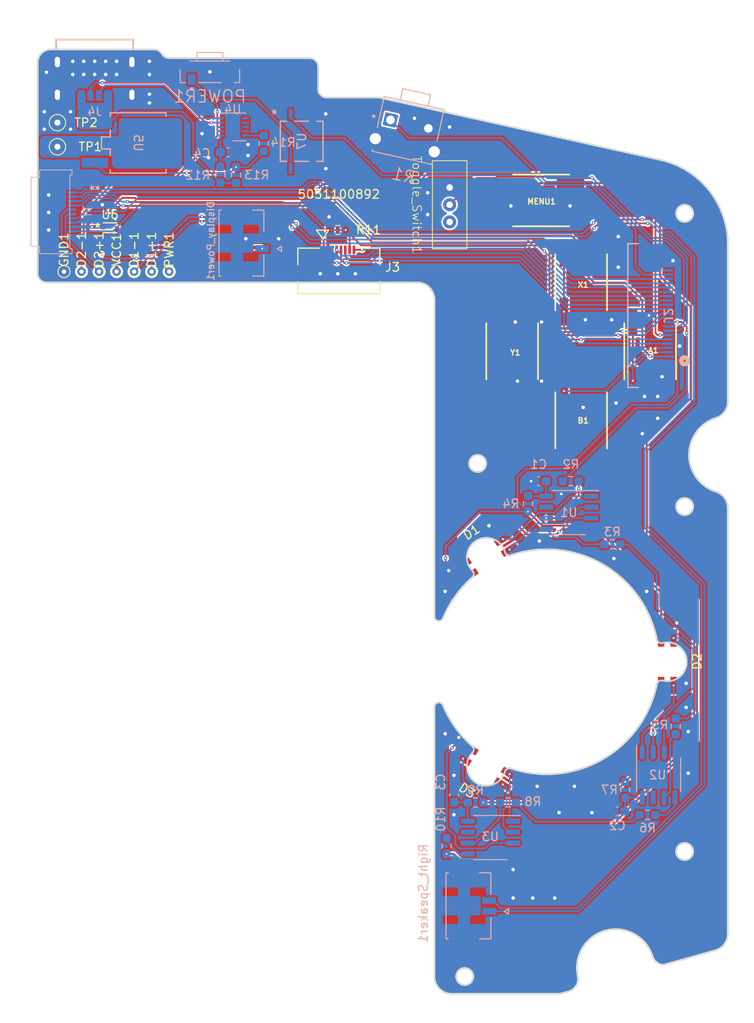
<source format=kicad_pcb>
(kicad_pcb (version 20221018) (generator pcbnew)
  (layers (0 "F.Cu" signal) (31 "B.Cu" signal) (34 "B.Paste" user) (35 "F.Paste" user) (36 "B.SilkS" user "B.Silkscreen") (37 "F.SilkS" user "F.Silkscreen") (38 "B.Mask" user) (39 "F.Mask" user) (44 "Edge.Cuts" user))
  (net 0 "")
  (net 1 "GND")
  (net 2 "/A")
  (net 3 "/B")
  (net 4 "Net-(U1-VDD)")
  (net 5 "Net-(U2-VDD)")
  (net 6 "Net-(U3-VDD)")
  (net 7 "Net-(U4-VIN)")
  (net 8 "Net-(D1-RA)")
  (net 9 "Net-(D1-GA)")
  (net 10 "VCC")
  (net 11 "Net-(D1-BA)")
  (net 12 "Net-(D2-RA)")
  (net 13 "Net-(D2-GA)")
  (net 14 "Net-(D2-BA)")
  (net 15 "Net-(D3-RA)")
  (net 16 "Net-(D3-GA)")
  (net 17 "Net-(D3-BA)")
  (net 18 "/USB_VCC")
  (net 19 "+3.3V")
  (net 20 "/DO")
  (net 21 "/TOUCH_USB_P")
  (net 22 "/TOUCH_USB_N")
  (net 23 "/I2C_SDA")
  (net 24 "/I2C_SCL")
  (net 25 "/Speaker+")
  (net 26 "/Speaker-")
  (net 27 "VBUS")
  (net 28 "Net-(J4-CC1)")
  (net 29 "Net-(J4-CC2)")
  (net 30 "/MENU")
  (net 31 "/PWR")
  (net 32 "/PC_SWITCH")
  (net 33 "/R1")
  (net 34 "Net-(U1-DIN)")
  (net 35 "Net-(R3-Pad1)")
  (net 36 "Net-(U1-DO)")
  (net 37 "Net-(U2-DIN)")
  (net 38 "Net-(R6-Pad1)")
  (net 39 "Net-(U2-DO)")
  (net 40 "Net-(U3-DIN)")
  (net 41 "/LED")
  (net 42 "Net-(U3-DO)")
  (net 43 "Net-(J3-Pad1)")
  (net 44 "Net-(U5-G)")
  (net 45 "Net-(U4-GATE)")
  (net 46 "/SWITCH")
  (net 47 "/NC")
  (net 57 "/X")
  (net 58 "/Y")
  (net 59 "/DISPLAY_SCL")
  (net 60 "/DISPLAY_SDA")
  (net 61 "/DISPLAY_RES")
  (net 62 "/DISPLAY_DC")
  (net 63 "/DISPLAY_CS")
  (net 64 "/USB_P")
  (net 65 "/USB_N")
  (net 66 "/SPARE")
  (net 67 "/VSYS")
  (footprint "Parts:SW_EVQ-Q2B02W" (layer "F.Cu") (at 152.036 76.811342 90)
    (fp_text reference "A1")
    (fp_text value "EVQ-Q2B02W")
  )
  (footprint "LED_SMD:LED_T36K3BGR-05D000121U1930" (layer "F.Cu") (at 154.036 112.811342 -90)
    (fp_text reference "D2")
    (fp_text value "LED_BRGK")
  )
  (footprint "TestPoint:TestPoint_THTPad_D1.0mm_Drill0.5mm" (layer "F.Cu") (at 92.202 67.564)
    (fp_text reference "D1-1")
    (fp_text value "TestPoint")
  )
  (footprint "LED_SMD:LED_T36K3BGR-05D000121U1930" (layer "F.Cu") (at 133.036 124.935702 -33)
    (fp_text reference "D3")
    (fp_text value "LED_BRGK")
  )
  (footprint "TestPoint:TestPoint_THTPad_D1.0mm_Drill0.5mm" (layer "F.Cu") (at 96.266 67.564)
    (fp_text reference "PWR1")
    (fp_text value "TestPoint")
  )
  (footprint "TestPoint:TestPoint_THTPad_D1.0mm_Drill0.5mm" (layer "F.Cu") (at 86.106 67.564)
    (fp_text reference "D2-1")
    (fp_text value "TestPoint")
  )
  (footprint "Parts:SOD-523_0P9X1P3_ONS" (layer "F.Cu") (at 89.408 62.484)
    (fp_text reference "U6")
    (fp_text value "BAT54XV2T1G")
  )
  (footprint "TestPoint:TestPoint_THTPad_D1.5mm_Drill0.7mm" (layer "F.Cu") (at 83.312 53.086)
    (fp_text reference "TP1")
    (fp_text value "TestPoint")
  )
  (footprint "TestPoint:TestPoint_THTPad_D1.5mm_Drill0.7mm" (layer "F.Cu") (at 83.312 50.292)
    (fp_text reference "TP2")
    (fp_text value "TestPoint")
  )
  (footprint "Parts:SW_EVQ-Q2B02W" (layer "F.Cu") (at 139.38828 59.311342)
    (fp_text reference "MENU1")
    (fp_text value "EVQ-Q2B02W")
  )
  (footprint "Parts:SW_EVQ-Q2B02W" (layer "F.Cu") (at 144.036 68.811342 90)
    (fp_text reference "X1")
    (fp_text value "EVQ-Q2B02W")
  )
  (footprint "LED_SMD:LED_T36K3BGR-05D000121U1930" (layer "F.Cu") (at 133.036 100.686942 33)
    (fp_text reference "D1")
    (fp_text value "LED_BRGK")
  )
  (footprint "Parts:SW_EVQ-Q2B02W" (layer "F.Cu") (at 136.036 76.811342 90)
    (fp_text reference "Y1")
    (fp_text value "EVQ-Q2B02W")
  )
  (footprint "Parts:CON_5051100892_MOL" (layer "F.Cu") (at 115.936 67.491342)
    (fp_text reference "J3")
    (fp_text value "5051100892")
  )
  (footprint "Parts:SW_EVQ-Q2B02W" (layer "F.Cu") (at 144.036 84.811342 90)
    (fp_text reference "B1")
    (fp_text value "EVQ-Q2B02W")
  )
  (footprint "TestPoint:TestPoint_THTPad_D1.0mm_Drill0.5mm" (layer "F.Cu") (at 84.074 67.564)
    (fp_text reference "GND1")
    (fp_text value "TestPoint")
  )
  (footprint "NKK Slide Switch:NKK SS12SBP2" (layer "F.Cu") (at 128.78828 59.811342 -90)
    (fp_text reference "Toggle_Switch1")
    (fp_text value "SW_SPDT")
  )
  (footprint "TestPoint:TestPoint_THTPad_D1.0mm_Drill0.5mm" (layer "F.Cu") (at 90.17 67.564)
    (fp_text reference "VCC1")
    (fp_text value "TestPoint")
  )
  (footprint "Resistor_SMD:R_0603_1608Metric_Pad0.98x0.95mm_HandSolder" (layer "F.Cu") (at 115.824 62.738 180)
    (fp_text reference "R11")
    (fp_text value "15ohm")
  )
  (footprint "TestPoint:TestPoint_THTPad_D1.0mm_Drill0.5mm" (layer "F.Cu") (at 88.138 67.564)
    (fp_text reference "D2+1")
    (fp_text value "TestPoint")
  )
  (footprint "TestPoint:TestPoint_THTPad_D1.0mm_Drill0.5mm" (layer "F.Cu") (at 94.234 67.564)
    (fp_text reference "D1+1")
    (fp_text value "TestPoint")
  )
  (footprint "Molex Easy On Connector:Molex 5052781033" (layer "B.Cu") (at 84.5 60.633342 90)
    (fp_text reference "J1")
    (fp_text value "FFC2B28-10-G")
  )
  (footprint "Parts:MOLEX_532617002" (layer "B.Cu") (at 130.968065 141.111334 -90)
    (fp_text reference "Right_Speaker1")
    (fp_text value "532617002")
  )
  (footprint "Package_DFN_QFN:DFN-10-1EP_3x3mm_P0.5mm_EP1.7x2.5mm" (layer "B.Cu") (at 103.651197 50.786197)
    (fp_text reference "U4")
    (fp_text value "~")
  )
  (footprint "Parts:SW_TL1105VF160Q" (layer "B.Cu") (at 124.124651 50.464922 -12.5)
    (fp_text reference "R1")
    (fp_text value "TL1105VF160Q")
  )
  (footprint "Capacitor_SMD:C_0603_1608Metric_Pad1.08x0.95mm_HandSolder" (layer "B.Cu") (at 103.078109 53.730312)
    (fp_text reference "C4")
    (fp_text value "0.1uF")
  )
  (footprint "Parts:SO-4_VO_VIS" (layer "B.Cu") (at 111.633 52.451 -90)
    (fp_text reference "U7")
    (fp_text value "VO1400AEFTR")
  )
  (footprint "Parts:GCT_USB4125-GF-A_REVA2" (layer "B.Cu") (at 87.626 44.061342)
    (fp_text reference "J4")
    (fp_text value "USB4125-GF-A_REVA2")
  )
  (footprint "Capacitor_SMD:C_0603_1608Metric_Pad1.08x0.95mm_HandSolder" (layer "B.Cu") (at 148.222096 130.164416)
    (fp_text reference "C2")
    (fp_text value "0.1uF")
  )
  (footprint "Resistor_SMD:R_0603_1608Metric_Pad0.98x0.95mm_HandSolder" (layer "B.Cu") (at 147.658611 99.188511 180)
    (fp_text reference "R3")
    (fp_text value "R33")
  )
  (footprint "Resistor_SMD:R_0603_1608Metric_Pad0.98x0.95mm_HandSolder" (layer "B.Cu") (at 104.018836 56.358379 -90)
    (fp_text reference "R13")
    (fp_text value "49.9K")
  )
  (footprint "Parts:TO-252-3_ONS" (layer "B.Cu") (at 92.672399 52.647727 90)
    (fp_text reference "U5")
    (fp_text value "FQD11P06TM")
  )
  (footprint "Parts:MOLEX_532617002" (layer "B.Cu") (at 104.648 64.262 -90)
    (fp_text reference "Display_Power1")
    (fp_text value "532617002")
  )
  (footprint "Resistor_SMD:R_0603_1608Metric_Pad0.98x0.95mm_HandSolder" (layer "B.Cu") (at 128.438891 134.175603 90)
    (fp_text reference "R10")
    (fp_text value "R33")
  )
  (footprint "Resistor_SMD:R_0603_1608Metric_Pad0.98x0.95mm_HandSolder" (layer "B.Cu") (at 131.790992 129.131338 180)
    (fp_text reference "R9")
    (fp_text value "100R")
  )
  (footprint "Resistor_SMD:R_0603_1608Metric_Pad0.98x0.95mm_HandSolder" (layer "B.Cu") (at 142.842319 91.860497)
    (fp_text reference "R2")
    (fp_text value "R33")
  )
  (footprint "Resistor_SMD:R_0603_1608Metric_Pad0.98x0.95mm_HandSolder" (layer "B.Cu") (at 102.21204 56.343447 -90)
    (fp_text reference "R12")
    (fp_text value "10ohm")
  )
  (footprint "Resistor_SMD:R_0603_1608Metric_Pad0.98x0.95mm_HandSolder" (layer "B.Cu") (at 151.729504 130.565927)
    (fp_text reference "R6")
    (fp_text value "R33")
  )
  (footprint "Resistor_SMD:R_0603_1608Metric_Pad0.98x0.95mm_HandSolder" (layer "B.Cu") (at 107.22926 52.7031 90)
    (fp_text reference "R14")
    (fp_text value "5.1K")
  )
  (footprint "Resistor_SMD:R_0603_1608Metric_Pad0.98x0.95mm_HandSolder" (layer "B.Cu") (at 137.868687 94.473669 90)
    (fp_text reference "R4")
    (fp_text value "100R")
  )
  (footprint "Parts:SW_TL3330AF130QG" (layer "B.Cu") (at 100.986 44.4)
    (fp_text reference "POWER1")
    (fp_text value "TL3330AF130QG")
  )
  (footprint "Package_SO:SOP-8_3.9x4.9mm_P1.27mm" (layer "B.Cu") (at 142.60058 95.514173 180)
    (fp_text reference "U1")
    (fp_text value "WS2811")
  )
  (footprint "Package_SO:SOP-8_3.9x4.9mm_P1.27mm" (layer "B.Cu") (at 133.503342 133.197963 180)
    (fp_text reference "U3")
    (fp_text value "WS2811")
  )
  (footprint "Resistor_SMD:R_0603_1608Metric_Pad0.98x0.95mm_HandSolder" (layer "B.Cu") (at 149.145585 127.65851 -90)
    (fp_text reference "R7")
    (fp_text value "100R")
  )
  (footprint "Capacitor_SMD:C_0603_1608Metric_Pad1.08x0.95mm_HandSolder" (layer "B.Cu") (at 139.10246 91.864266)
    (fp_text reference "C1")
    (fp_text value "0.1uF")
  )
  (footprint "Parts:CONN22_2-1734592-2" (layer "B.Cu") (at 154.126 77.911342 90)
    (fp_text reference "J2")
    (fp_text value "2-1734592-2")
  )
  (footprint "Capacitor_SMD:C_0603_1608Metric_Pad1.08x0.95mm_HandSolder" (layer "B.Cu") (at 129.309768 128.249496 -90)
    (fp_text reference "C3")
    (fp_text value "0.1uF")
  )
  (footprint "Resistor_SMD:R_0603_1608Metric_Pad0.98x0.95mm_HandSolder" (layer "B.Cu") (at 154.992785 120.298179 -90)
    (fp_text reference "R5")
    (fp_text value "R33")
  )
  (footprint "Resistor_SMD:R_0603_1608Metric_Pad0.98x0.95mm_HandSolder" (layer "B.Cu") (at 135.573714 129.124888 180)
    (fp_text reference "R8")
    (fp_text value "R33")
  )
  (footprint "Package_SO:SOP-8_3.9x4.9mm_P1.27mm" (layer "B.Cu") (at 153.019763 125.930737 -90)
    (fp_text reference "U2")
    (fp_text value "WS2811")
  )
  (gr_line (start 161.036 82.626684) (end 161.036 64.374809) (stroke (width 0.2)) (layer "Edge.Cuts"))
  (gr_arc (start 152.832842 115.369334) (mid 146.561 124.112973) (end 135.852865 125.172729) (stroke (width 0.2)) (layer "Edge.Cuts"))
  (gr_line (start 141.819788 151.23727) (end 142.576318 151.025441) (stroke (width 0.2)) (layer "Edge.Cuts"))
  (gr_arc (start 131.422292 122.614736) (mid 131.592018 122.974324) (end 131.445672 123.344046) (stroke (width 0.2)) (layer "Edge.Cuts"))
  (gr_arc (start 143.637905 149.263582) (mid 146.870534 143.964885) (end 152.320488 146.93542) (stroke (width 0.2)) (layer "Edge.Cuts"))
  (gr_arc (start 135.209575 125.517137) (mid 131.911001 126.884258) (end 131.445672 123.344046) (stroke (width 0.2)) (layer "Edge.Cuts"))
  (gr_line (start 161.036 144.33981) (end 161.036 94.996) (stroke (width 0.2)) (layer "Edge.Cuts"))
  (gr_arc (start 82.036 68.811342) (mid 81.328893 68.518449) (end 81.036 67.811342) (stroke (width 0.2)) (layer "Edge.Cuts"))
  (gr_arc (start 127.036 118.041304) (mid 127.437582 117.551124) (end 127.997255 117.848316) (stroke (width 0.2)) (layer "Edge.Cuts"))
  (gr_arc (start 131.445672 102.278638) (mid 131.910989 98.738355) (end 135.209575 100.105547) (stroke (width 0.2)) (layer "Edge.Cuts"))
  (gr_line (start 112.536 42.811342) (end 96.268051 42.811342) (stroke (width 0.2)) (layer "Edge.Cuts"))
  (gr_arc (start 131.445672 102.278638) (mid 131.592022 102.64836) (end 131.422292 103.007948) (stroke (width 0.2)) (layer "Edge.Cuts"))
  (gr_arc (start 120.581856 47.392633) (mid 120.63629 47.395601) (end 120.690076 47.404485) (stroke (width 0.2)) (layer "Edge.Cuts"))
  (gr_arc (start 94.536 41.811342) (mid 95.036 41.945317) (end 95.402025 42.311342) (stroke (width 0.2)) (layer "Edge.Cuts"))
  (gr_circle (center 130.536 149.311342) (end 131.536 149.311342) (stroke (width 0.2)) (fill none) (layer "Edge.Cuts"))
  (gr_arc (start 153.524532 147.959942) (mid 152.776593 147.61917) (end 152.320488 146.93542) (stroke (width 0.2)) (layer "Edge.Cuts"))
  (gr_arc (start 159.651385 93.093029) (mid 160.653231 93.8193) (end 161.036 94.996) (stroke (width 0.2)) (layer "Edge.Cuts"))
  (gr_arc (start 159.651385 93.093029) (mid 156.536 88.811342) (end 159.651385 84.529655) (stroke (width 0.2)) (layer "Edge.Cuts"))
  (gr_arc (start 114.536 47.392633) (mid 113.828896 47.099739) (end 113.536 46.392633) (stroke (width 0.2)) (layer "Edge.Cuts"))
  (gr_line (start 94.536 41.811342) (end 82.536 41.811342) (stroke (width 0.2)) (layer "Edge.Cuts"))
  (gr_arc (start 127.997255 107.774368) (mid 129.438329 105.196104) (end 131.422292 103.007948) (stroke (width 0.2)) (layer "Edge.Cuts"))
  (gr_line (start 113.536 46.392633) (end 113.536 43.811342) (stroke (width 0.2)) (layer "Edge.Cuts"))
  (gr_circle (center 132.036 89.811342) (end 133.036 89.811342) (stroke (width 0.2)) (fill none) (layer "Edge.Cuts"))
  (gr_arc (start 112.536 42.811342) (mid 113.243107 43.104235) (end 113.536 43.811342) (stroke (width 0.2)) (layer "Edge.Cuts"))
  (gr_line (start 120.581856 47.392633) (end 114.536 47.392633) (stroke (width 0.2)) (layer "Edge.Cuts"))
  (gr_arc (start 143.637905 149.263582) (mid 143.456695 150.355157) (end 142.576318 151.025441) (stroke (width 0.2)) (layer "Edge.Cuts"))
  (gr_arc (start 141.819788 151.23727) (mid 141.55269 151.292741) (end 141.280528 151.311342) (stroke (width 0.2)) (layer "Edge.Cuts"))
  (gr_line (start 82.036 68.811342) (end 125.036 68.811342) (stroke (width 0.2)) (layer "Edge.Cuts"))
  (gr_line (start 127.036 70.811342) (end 127.036 107.58138) (stroke (width 0.2)) (layer "Edge.Cuts"))
  (gr_line (start 129.036 151.311342) (end 141.280528 151.311342) (stroke (width 0.2)) (layer "Edge.Cuts"))
  (gr_arc (start 153.452753 110.638251) (mid 153.05937 110.580145) (end 152.832842 110.25335) (stroke (width 0.2)) (layer "Edge.Cuts"))
  (gr_line (start 127.036 118.041304) (end 127.036 149.311342) (stroke (width 0.2)) (layer "Edge.Cuts"))
  (gr_arc (start 153.452753 110.638251) (mid 156.286 112.811342) (end 153.452753 114.984433) (stroke (width 0.2)) (layer "Edge.Cuts"))
  (gr_line (start 81.036 43.311342) (end 81.036 67.811342) (stroke (width 0.2)) (layer "Edge.Cuts"))
  (gr_line (start 153.200396 54.611849) (end 120.690076 47.404485) (stroke (width 0.2)) (layer "Edge.Cuts"))
  (gr_arc (start 125.036 68.811342) (mid 126.450214 69.397128) (end 127.036 70.811342) (stroke (width 0.2)) (layer "Edge.Cuts"))
  (gr_arc (start 135.209575 125.517137) (mid 135.456593 125.205538) (end 135.852865 125.172729) (stroke (width 0.2)) (layer "Edge.Cuts"))
  (gr_circle (center 156.036 60.811342) (end 157.036 60.811342) (stroke (width 0.2)) (fill none) (layer "Edge.Cuts"))
  (gr_arc (start 152.832842 115.369334) (mid 153.059398 115.042584) (end 153.452753 114.984433) (stroke (width 0.2)) (layer "Edge.Cuts"))
  (gr_arc (start 131.422292 122.614736) (mid 129.438328 120.42658) (end 127.997255 117.848316) (stroke (width 0.2)) (layer "Edge.Cuts"))
  (gr_arc (start 135.852865 100.449955) (mid 135.456599 100.417134) (end 135.209575 100.105547) (stroke (width 0.2)) (layer "Edge.Cuts"))
  (gr_arc (start 161.036 144.33981) (mid 160.629518 145.548437) (end 159.57526 146.265738) (stroke (width 0.2)) (layer "Edge.Cuts"))
  (gr_arc (start 135.852865 100.449955) (mid 146.561 101.50971) (end 152.832842 110.25335) (stroke (width 0.2)) (layer "Edge.Cuts"))
  (gr_arc (start 129.036 151.311342) (mid 127.621786 150.725556) (end 127.036 149.311342) (stroke (width 0.2)) (layer "Edge.Cuts"))
  (gr_arc (start 96.268051 42.811342) (mid 95.768068 42.677349) (end 95.402025 42.311342) (stroke (width 0.2)) (layer "Edge.Cuts"))
  (gr_arc (start 161.036 82.626684) (mid 160.653199 83.803361) (end 159.651385 84.529655) (stroke (width 0.2)) (layer "Edge.Cuts"))
  (gr_circle (center 156.036 134.811342) (end 157.036 134.811342) (stroke (width 0.2)) (fill none) (layer "Edge.Cuts"))
  (gr_arc (start 81.036 43.311342) (mid 81.47534 42.250682) (end 82.536 41.811342) (stroke (width 0.2)) (layer "Edge.Cuts"))
  (gr_arc (start 153.200396 54.611849) (mid 158.834846 58.115574) (end 161.036 64.374809) (stroke (width 0.2)) (layer "Edge.Cuts"))
  (gr_line (start 153.524532 147.959942) (end 159.57526 146.265738) (stroke (width 0.2)) (layer "Edge.Cuts"))
  (gr_arc (start 127.997255 107.774368) (mid 127.437579 108.071575) (end 127.036 107.58138) (stroke (width 0.2)) (layer "Edge.Cuts"))
  (gr_circle (center 156.036 94.811342) (end 157.036 94.811342) (stroke (width 0.2)) (fill none) (layer "Edge.Cuts"))
  (via (at 142.748 59.944) (size 0.8) (drill 0.4) (layers "F.Cu" "B.Cu") (net 1))
  (via (at 148.082 82.804) (size 0.8) (drill 0.4) (layers "F.Cu" "B.Cu") (net 1))
  (via (at 148.336 63.5) (size 0.8) (drill 0.4) (layers "F.Cu" "B.Cu") (net 1))
  (via (at 88.9 44.704) (size 0.8) (drill 0.4) (layers "F.Cu" "B.Cu") (net 1))
  (via (at 145.288 130.302) (size 0.8) (drill 0.4) (layers "F.Cu" "B.Cu") (net 1))
  (via (at 151.638 104.648) (size 0.8) (drill 0.4) (layers "F.Cu" "B.Cu") (net 1))
  (via (at 155.448 76.2) (size 0.8) (drill 0.4) (layers "F.Cu" "B.Cu") (net 1))
  (via (at 126.238 58.42) (size 0.8) (drill 0.4) (layers "F.Cu" "B.Cu") (net 1))
  (via (at 85.09 44.704) (size 0.8) (drill 0.4) (layers "F.Cu" "B.Cu") (net 1))
  (via (at 156.464 120.904) (size 0.8) (drill 0.4) (layers "F.Cu" "B.Cu") (net 1))
  (via (at 136.398 73.406) (size 0.8) (drill 0.4) (layers "F.Cu" "B.Cu") (net 1))
  (via (at 156.464 125.73) (size 0.8) (drill 0.4) (layers "F.Cu" "B.Cu") (net 1))
  (via (at 84.836 51.054) (size 0.8) (drill 0.4) (layers "F.Cu" "B.Cu") (net 1))
  (via (at 153.416 79.756) (size 0.8) (drill 0.4) (layers "F.Cu" "B.Cu") (net 1))
  (via (at 93.98 48.006) (size 0.8) (drill 0.4) (layers "F.Cu" "B.Cu") (net 1))
  (via (at 147.828 100.838) (size 0.8) (drill 0.4) (layers "F.Cu" "B.Cu") (net 1))
  (via (at 156.21 118.11) (size 0.8) (drill 0.4) (layers "F.Cu" "B.Cu") (net 1))
  (via (at 114.808 61.214) (size 0.8) (drill 0.4) (layers "F.Cu" "B.Cu") (net 1))
  (via (at 88.519 59.817) (size 0.8) (drill 0.4) (layers "F.Cu" "B.Cu") (net 1))
  (via (at 141.732 93.345) (size 0.6) (drill 0.3) (layers "F.Cu" "B.Cu") (net 1))
  (via (at 143.256 127.254) (size 0.8) (drill 0.4) (layers "F.Cu" "B.Cu") (net 1))
  (via (at 147.574 73.152) (size 0.8) (drill 0.4) (layers "F.Cu" "B.Cu") (net 1))
  (via (at 100.076 51.562) (size 0.8) (drill 0.4) (layers "F.Cu" "B.Cu") (net 1))
  (via (at 135.89 59.944) (size 0.8) (drill 0.4) (layers "F.Cu" "B.Cu") (net 1))
  (via (at 114.427 55.626) (size 0.8) (drill 0.4) (layers "F.Cu" "B.Cu") (net 1))
  (via (at 82.296 58.674) (size 0.8) (drill 0.4) (layers "F.Cu" "B.Cu") (net 1))
  (via (at 151.13 86.36) (size 0.8) (drill 0.4) (layers "F.Cu" "B.Cu") (net 1))
  (via (at 82.296 60.706) (size 0.8) (drill 0.4) (layers "F.Cu" "B.Cu") (net 1))
  (via (at 82.296 62.738) (size 0.8) (drill 0.4) (layers "F.Cu" "B.Cu") (net 1))
  (via (at 138.938 127.254) (size 0.8) (drill 0.4) (layers "F.Cu" "B.Cu") (net 1))
  (via (at 152.908 82.042) (size 0.8) (drill 0.4) (layers "F.Cu" "B.Cu") (net 1))
  (via (at 115.824 67.818) (size 0.8) (drill 0.4) (layers "F.Cu" "B.Cu") (net 1))
  (via (at 148.336 67.056) (size 0.8) (drill 0.4) (layers "F.Cu" "B.Cu") (net 1))
  (via (at 81.788 49.022) (size 0.8) (drill 0.4) (layers "F.Cu" "B.Cu") (net 1))
  (via (at 114.427 49.276) (size 0.8) (drill 0.4) (layers "F.Cu" "B.Cu") (net 1))
  (via (at 86.36 44.704) (size 0.8) (drill 0.4) (layers "F.Cu" "B.Cu") (net 1))
  (via (at 81.788 51.054) (size 0.8) (drill 0.4) (layers "F.Cu" "B.Cu") (net 1))
  (via (at 139.446 73.406) (size 0.8) (drill 0.4) (layers "F.Cu" "B.Cu") (net 1))
  (via (at 113.792 67.818) (size 0.8) (drill 0.4) (layers "F.Cu" "B.Cu") (net 1))
  (via (at 133.35 97.028) (size 0.8) (drill 0.4) (layers "F.Cu" "B.Cu") (net 1))
  (via (at 136.144 140.208) (size 0.8) (drill 0.4) (layers "F.Cu" "B.Cu") (net 1))
  (via (at 90.17 43.18) (size 0.8) (drill 0.4) (layers "F.Cu" "B.Cu") (net 1))
  (via (at 138.23996 91.864266) (size 0.6) (drill 0.3) (layers "F.Cu" "B.Cu") (net 1))
  (via (at 84.836 49.022) (size 0.8) (drill 0.4) (layers "F.Cu" "B.Cu") (net 1))
  (via (at 85.09 43.18) (size 0.8) (drill 0.4) (layers "F.Cu" "B.Cu") (net 1))
  (via (at 126.238 60.96) (size 0.8) (drill 0.4) (layers "F.Cu" "B.Cu") (net 1))
  (via (at 156.21 115.316) (size 0.8) (drill 0.4) (layers "F.Cu" "B.Cu") (net 1))
  (via (at 87.63 44.704) (size 0.8) (drill 0.4) (layers "F.Cu" "B.Cu") (net 1))
  (via (at 105.41 52.832) (size 0.8) (drill 0.4) (layers "F.Cu" "B.Cu") (net 1))
  (via (at 124.714 49.784) (size 0.8) (drill 0.4) (layers "F.Cu" "B.Cu") (net 1))
  (via (at 144.272 83.312) (size 0.8) (drill 0.4) (layers "F.Cu" "B.Cu") (net 1))
  (via (at 82.042 44.45) (size 0.8) (drill 0.4) (layers "F.Cu" "B.Cu") (net 1))
  (via (at 105.156 63.754) (size 0.8) (drill 0.4) (layers "F.Cu" "B.Cu") (net 1))
  (via (at 129.286 125.984) (size 0.8) (drill 0.4) (layers "F.Cu" "B.Cu") (net 1))
  (via (at 108.966 63.754) (size 0.8) (drill 0.4) (layers "F.Cu" "B.Cu") (net 1))
  (via (at 88.9 43.18) (size 0.8) (drill 0.4) (layers "F.Cu" "B.Cu") (net 1))
  (via (at 138.43 140.208) (size 0.8) (drill 0.4) (layers "F.Cu" "B.Cu") (net 1))
  (via (at 154.686 66.294) (size 0.8) (drill 0.4) (layers "F.Cu" "B.Cu") (net 1))
  (via (at 86.36 43.18) (size 0.8) (drill 0.4) (layers "F.Cu" "B.Cu") (net 1))
  (via (at 141.478 130.302) (size 0.8) (drill 0.4) (layers "F.Cu" "B.Cu") (net 1))
  (via (at 93.98 43.18) (size 0.8) (drill 0.4) (layers "F.Cu" "B.Cu") (net 1))
  (via (at 128.778 50.8) (size 0.8) (drill 0.4) (layers "F.Cu" "B.Cu") (net 1))
  (via (at 136.652 80.264) (size 0.8) (drill 0.4) (layers "F.Cu" "B.Cu") (net 1))
  (via (at 90.043 61.468) (size 0.6) (drill 0.3) (layers "F.Cu" "B.Cu") (net 1))
  (via (at 152.908 84.582) (size 0.8) (drill 0.4) (layers "F.Cu" "B.Cu") (net 1))
  (via (at 93.98 46.99) (size 0.8) (drill 0.4) (layers "F.Cu" "B.Cu") (net 1))
  (via (at 140.97 140.208) (size 0.8) (drill 0.4) (layers "F.Cu" "B.Cu") (net 1))
  (via (at 144.526 73.152) (size 0.8) (drill 0.4) (layers "F.Cu" "B.Cu") (net 1))
  (via (at 128.27 121.158) (size 0.8) (drill 0.4) (layers "F.Cu" "B.Cu") (net 1))
  (via (at 139.192 98.806) (size 0.8) (drill 0.4) (layers "F.Cu" "B.Cu") (net 1))
  (via (at 87.63 43.18) (size 0.8) (drill 0.4) (layers "F.Cu" "B.Cu") (net 1))
  (via (at 93.98 44.704) (size 0.8) (drill 0.4) (layers "F.Cu" "B.Cu") (net 1))
  (via (at 151.892 72.644) (size 0.6) (drill 0.3) (layers "F.Cu" "B.Cu") (net 1))
  (via (at 128.27 104.648) (size 0.8) (drill 0.4) (layers "F.Cu" "B.Cu") (net 1))
  (via (at 136.144 136.906) (size 0.8) (drill 0.4) (layers "F.Cu" "B.Cu") (net 1))
  (via (at 100.986 44.4) (size 0.8) (drill 0.4) (layers "F.Cu" "B.Cu") (net 1))
  (via (at 139.446 80.264) (size 0.8) (drill 0.4) (layers "F.Cu" "B.Cu") (net 1))
  (via (at 100.838 54.356) (size 0.8) (drill 0.4) (layers "F.Cu" "B.Cu") (net 1))
  (via (at 90.17 44.704) (size 0.8) (drill 0.4) (layers "F.Cu" "B.Cu") (net 1))
  (via (at 117.856 67.818) (size 0.8) (drill 0.4) (layers "F.Cu" "B.Cu") (net 1))
  (via (at 151.384 82.042) (size 0.8) (drill 0.4) (layers "F.Cu" "B.Cu") (net 1))
  (via (at 129.286 130.556) (size 0.8) (drill 0.4) (layers "F.Cu" "B.Cu") (net 1))
  (via (at 105.41 54.102) (size 0.8) (drill 0.4) (layers "F.Cu" "B.Cu") (net 1))
  (segment (start 150.036 73.411342) (end 150.036 80.211342) (width 0.2) (layer "F.Cu") (net 2))
  (via micro (at 150.036 80.211342) (size 0.4) (drill 0.2) (layers "F.Cu" "B.Cu") (net 2))
  (segment (start 151.873202 76.911341) (end 150.036 78.748543) (width 0.2) (layer "B.Cu") (net 2))
  (segment (start 150.036 78.748543) (end 150.036 80.211342) (width 0.2) (layer "B.Cu") (net 2))
  (segment (start 154.126 76.911341) (end 151.873202 76.911341) (width 0.2) (layer "B.Cu") (net 2))
  (segment (start 142.036 81.411342) (end 142.036 88.211342) (width 0.2) (layer "F.Cu") (net 3))
  (via micro (at 142.036 81.411342) (size 0.4) (drill 0.2) (layers "F.Cu" "B.Cu") (net 3))
  (segment (start 154.126 76.411342) (end 151.878227 76.411342) (width 0.2) (layer "B.Cu") (net 3))
  (segment (start 146.878227 81.411342) (end 142.036 81.411342) (width 0.2) (layer "B.Cu") (net 3))
  (segment (start 151.878227 76.411342) (end 146.878227 81.411342) (width 0.2) (layer "B.Cu") (net 3))
  (segment (start 139.97558 93.609173) (end 137.916691 93.609173) (width 0.2) (layer "B.Cu") (net 4))
  (segment (start 137.916691 93.609173) (end 137.868687 93.561169) (width 0.2) (layer "B.Cu") (net 4))
  (segment (start 139.96496 91.864266) (end 139.96496 93.598553) (width 0.2) (layer "B.Cu") (net 4))
  (segment (start 139.96496 93.598553) (end 139.97558 93.609173) (width 0.2) (layer "B.Cu") (net 4))
  (segment (start 149.160858 128.555737) (end 149.145585 128.57101) (width 0.2) (layer "B.Cu") (net 5))
  (segment (start 149.145585 128.57101) (end 149.145585 130.103427) (width 0.2) (layer "B.Cu") (net 5))
  (segment (start 151.114763 128.555737) (end 149.160858 128.555737) (width 0.2) (layer "B.Cu") (net 5))
  (segment (start 149.145585 130.103427) (end 149.084596 130.164416) (width 0.2) (layer "B.Cu") (net 5))
  (segment (start 130.878342 129.131488) (end 130.878492 129.131338) (width 0.2) (layer "B.Cu") (net 6))
  (segment (start 130.878342 131.292963) (end 130.878342 129.131488) (width 0.2) (layer "B.Cu") (net 6))
  (segment (start 129.32911 129.131338) (end 129.309768 129.111996) (width 0.2) (layer "B.Cu") (net 6))
  (segment (start 130.878492 129.131338) (end 129.32911 129.131338) (width 0.2) (layer "B.Cu") (net 6))
  (segment (start 102.215609 53.730312) (end 102.215609 51.813109) (width 0.2) (layer "B.Cu") (net 7))
  (segment (start 102.21204 53.733881) (end 102.215609 53.730312) (width 0.2) (layer "B.Cu") (net 7))
  (segment (start 102.215609 51.813109) (end 102.188697 51.786197) (width 0.2) (layer "B.Cu") (net 7))
  (segment (start 102.21204 55.430947) (end 102.21204 53.733881) (width 0.2) (layer "B.Cu") (net 7))
  (via micro (at 134.947481 98.581148) (size 0.4) (drill 0.2) (layers "F.Cu" "B.Cu") (net 8))
  (segment (start 145.22558 93.609173) (end 142.806265 93.609173) (width 0.2) (layer "B.Cu") (net 8))
  (segment (start 140.898211 95.517227) (end 139.104291 95.517227) (width 0.2) (layer "B.Cu") (net 8))
  (segment (start 142.806265 93.609173) (end 140.898211 95.517227) (width 0.2) (layer "B.Cu") (net 8))
  (segment (start 139.104291 95.517227) (end 136.04037 98.581148) (width 0.2) (layer "B.Cu") (net 8))
  (segment (start 136.04037 98.581148) (end 134.947481 98.581148) (width 0.2) (layer "B.Cu") (net 8))
  (via micro (at 135.737207 99.797221) (size 0.4) (drill 0.2) (layers "F.Cu" "B.Cu") (net 9))
  (segment (start 145.22558 94.879173) (end 143.859485 94.879173) (width 0.2) (layer "B.Cu") (net 9))
  (segment (start 143.859485 94.879173) (end 141.971274 96.767384) (width 0.2) (layer "B.Cu") (net 9))
  (segment (start 141.971274 96.767384) (end 138.767044 96.767384) (width 0.2) (layer "B.Cu") (net 9))
  (segment (start 138.767044 96.767384) (end 135.737207 99.797221) (width 0.2) (layer "B.Cu") (net 9))
  (segment (start 153.311 104.797) (end 145.542 97.028) (width 0.2) (layer "F.Cu") (net 10))
  (segment (start 89.154 61.341) (end 88.30945 62.18555) (width 0.2) (layer "F.Cu") (net 10))
  (segment (start 128.321581 101.988257) (end 129.12606 102.792736) (width 0.2) (layer "F.Cu") (net 10))
  (segment (start 153.311 104.797) (end 157.13 108.616) (width 0.2) (layer "F.Cu") (net 10))
  (segment (start 128.321581 100.792748) (end 128.321581 101.988257) (width 0.2) (layer "F.Cu") (net 10))
  (segment (start 89.154 60.706) (end 89.154 61.341) (width 0.2) (layer "F.Cu") (net 10))
  (segment (start 88.30945 62.18555) (end 88.6079 62.484) (width 0.2) (layer "F.Cu") (net 10))
  (segment (start 149.145585 126.74601) (end 146.760257 129.131338) (width 0.2) (layer "F.Cu") (net 10))
  (segment (start 151.13 70.866) (end 149.098 68.834) (width 0.2) (layer "F.Cu") (net 10))
  (segment (start 143.764 64.262) (end 142.906 63.404) (width 0.2) (layer "F.Cu") (net 10))
  (segment (start 146.760257 129.131338) (end 132.703492 129.131338) (width 0.2) (layer "F.Cu") (net 10))
  (segment (start 149.907595 125.984) (end 149.145585 126.74601) (width 0.2) (layer "F.Cu") (net 10))
  (segment (start 92.456 59.144) (end 92.320403 59.008403) (width 0.2) (layer "F.Cu") (net 10))
  (segment (start 145.542 68.834) (end 143.764 67.056) (width 0.2) (layer "F.Cu") (net 10))
  (segment (start 142.906 63.404) (end 120.046 63.404) (width 0.2) (layer "F.Cu") (net 10))
  (segment (start 115.786 59.144) (end 92.456 59.144) (width 0.2) (layer "F.Cu") (net 10))
  (segment (start 157.13 108.616) (end 157.13 121.775026) (width 0.2) (layer "F.Cu") (net 10))
  (segment (start 152.921026 125.984) (end 149.907595 125.984) (width 0.2) (layer "F.Cu") (net 10))
  (segment (start 152.048117 77.372116) (end 151.13 76.453999) (width 0.2) (layer "F.Cu") (net 10))
  (segment (start 129.12606 102.792736) (end 131.124519 102.792736) (width 0.2) (layer "F.Cu") (net 10))
  (segment (start 149.098 68.834) (end 145.542 68.834) (width 0.2) (layer "F.Cu") (net 10))
  (segment (start 88.6079 62.484) (end 88.508364 62.384464) (width 0.4) (layer "F.Cu") (net 10))
  (segment (start 145.542 97.028) (end 139.510518 97.028) (width 0.2) (layer "F.Cu") (net 10))
  (segment (start 120.046 63.404) (end 115.786 59.144) (width 0.2) (layer "F.Cu") (net 10))
  (segment (start 143.764 67.056) (end 143.764 64.262) (width 0.2) (layer "F.Cu") (net 10))
  (segment (start 90.851597 59.008403) (end 89.154 60.706) (width 0.2) (layer "F.Cu") (net 10))
  (segment (start 153.311 110.061342) (end 153.311 104.797) (width 0.2) (layer "F.Cu") (net 10))
  (segment (start 157.13 121.775026) (end 152.921026 125.984) (width 0.2) (layer "F.Cu") (net 10))
  (segment (start 139.510518 97.028) (end 137.868687 95.386169) (width 0.2) (layer "F.Cu") (net 10))
  (segment (start 151.13 76.453999) (end 151.13 70.866) (width 0.2) (layer "F.Cu") (net 10))
  (segment (start 88.508364 62.384464) (end 87.310906 62.384464) (width 0.4) (layer "F.Cu") (net 10))
  (segment (start 92.320403 59.008403) (end 90.851597 59.008403) (width 0.2) (layer "F.Cu") (net 10))
  (via micro (at 87.310906 62.384464) (size 0.4) (drill 0.2) (layers "F.Cu" "B.Cu") (net 10))
  (via micro (at 137.868687 95.386169) (size 0.4) (drill 0.2) (layers "F.Cu" "B.Cu") (net 10))
  (via micro (at 132.703492 129.131338) (size 0.4) (drill 0.2) (layers "F.Cu" "B.Cu") (net 10))
  (via micro (at 152.048117 77.372116) (size 0.4) (drill 0.2) (layers "F.Cu" "B.Cu") (net 10))
  (via micro (at 130.334793 124.045981) (size 0.4) (drill 0.2) (layers "F.Cu" "B.Cu") (net 10))
  (via micro (at 128.321581 100.792748) (size 0.4) (drill 0.2) (layers "F.Cu" "B.Cu") (net 10))
  (via micro (at 149.145585 126.74601) (size 0.4) (drill 0.2) (layers "F.Cu" "B.Cu") (net 10))
  (segment (start 142.494 90.424) (end 137.668 90.424) (width 0.2) (layer "B.Cu") (net 10))
  (segment (start 128.321581 100.792748) (end 128.321581 99.419919) (width 0.2) (layer "B.Cu") (net 10))
  (segment (start 153.973809 83.008191) (end 149.909809 83.008191) (width 0.2) (layer "B.Cu") (net 10))
  (segment (start 132.355331 95.386169) (end 137.868687 95.386169) (width 0.2) (layer "B.Cu") (net 10))
  (segment (start 87.309784 62.383342) (end 85 62.383342) (width 0.4) (layer "B.Cu") (net 10))
  (segment (start 154.8848 77.411343) (end 155.194 77.720543) (width 0.2) (layer "B.Cu") (net 10))
  (segment (start 149.909809 83.008191) (end 142.494 90.424) (width 0.2) (layer "B.Cu") (net 10))
  (segment (start 87.310906 62.384464) (end 87.309784 62.383342) (width 0.4) (layer "B.Cu") (net 10))
  (segment (start 137.668 90.424) (end 136.652 91.44) (width 0.2) (layer "B.Cu") (net 10))
  (segment (start 136.652 94.169482) (end 137.868687 95.386169) (width 0.2) (layer "B.Cu") (net 10))
  (segment (start 130.334793 126.552874) (end 130.334793 124.045981) (width 0.2) (layer "B.Cu") (net 10))
  (segment (start 132.703492 128.921573) (end 130.334793 126.552874) (width 0.2) (layer "B.Cu") (net 10))
  (segment (start 155.194 77.720543) (end 155.194 81.788) (width 0.2) (layer "B.Cu") (net 10))
  (segment (start 136.652 91.44) (end 136.652 94.169482) (width 0.2) (layer "B.Cu") (net 10))
  (segment (start 154.126 77.411343) (end 154.8848 77.411343) (width 0.2) (layer "B.Cu") (net 10))
  (segment (start 155.194 81.788) (end 153.973809 83.008191) (width 0.2) (layer "B.Cu") (net 10))
  (segment (start 128.321581 99.419919) (end 132.355331 95.386169) (width 0.2) (layer "B.Cu") (net 10))
  (segment (start 152.087344 77.411343) (end 152.048117 77.372116) (width 0.2) (layer "B.Cu") (net 10))
  (segment (start 154.126 77.411343) (end 152.087344 77.411343) (width 0.2) (layer "B.Cu") (net 10))
  (segment (start 132.703492 129.131338) (end 132.703492 128.921573) (width 0.2) (layer "B.Cu") (net 10))
  (segment (start 129.940895 98.405105) (end 129.940895 101.519968) (width 0.2) (layer "F.Cu") (net 11))
  (segment (start 129.99759 101.576663) (end 130.334793 101.576663) (width 0.2) (layer "F.Cu") (net 11))
  (segment (start 137.733463 98.044) (end 135.701463 96.012) (width 0.2) (layer "F.Cu") (net 11))
  (segment (start 129.940895 101.519968) (end 129.99759 101.576663) (width 0.2) (layer "F.Cu") (net 11))
  (segment (start 141.479338 97.728018) (end 141.163356 98.044) (width 0.2) (layer "F.Cu") (net 11))
  (segment (start 135.701463 96.012) (end 132.334 96.012) (width 0.2) (layer "F.Cu") (net 11))
  (segment (start 132.334 96.012) (end 129.940895 98.405105) (width 0.2) (layer "F.Cu") (net 11))
  (segment (start 141.163356 98.044) (end 137.733463 98.044) (width 0.2) (layer "F.Cu") (net 11))
  (via micro (at 141.479338 97.728018) (size 0.4) (drill 0.2) (layers "F.Cu" "B.Cu") (net 11))
  (segment (start 141.505614 97.728018) (end 141.479338 97.728018) (width 0.2) (layer "B.Cu") (net 11))
  (segment (start 143.084459 96.149173) (end 141.505614 97.728018) (width 0.2) (layer "B.Cu") (net 11))
  (segment (start 145.22558 96.149173) (end 143.084459 96.149173) (width 0.2) (layer "B.Cu") (net 11))
  (via micro (at 154.761 115.561342) (size 0.4) (drill 0.2) (layers "F.Cu" "B.Cu") (net 12))
  (segment (start 151.114763 123.305737) (end 151.114763 121.279975) (width 0.2) (layer "B.Cu") (net 12))
  (segment (start 154.761 117.633738) (end 154.761 115.561342) (width 0.2) (layer "B.Cu") (net 12))
  (segment (start 151.114763 121.279975) (end 154.761 117.633738) (width 0.2) (layer "B.Cu") (net 12))
  (segment (start 153.311 118.396857) (end 153.311 115.561342) (width 0.2) (layer "F.Cu") (net 13))
  (segment (start 152.385249 119.322608) (end 153.311 118.396857) (width 0.2) (layer "F.Cu") (net 13))
  (segment (start 152.385249 121.039811) (end 152.385249 119.322608) (width 0.2) (layer "F.Cu") (net 13))
  (via micro (at 152.385249 121.039811) (size 0.4) (drill 0.2) (layers "F.Cu" "B.Cu") (net 13))
  (segment (start 152.384763 121.040297) (end 152.385249 121.039811) (width 0.2) (layer "B.Cu") (net 13))
  (segment (start 152.384763 123.305737) (end 152.384763 121.040297) (width 0.2) (layer "B.Cu") (net 13))
  (via micro (at 154.761 110.061342) (size 0.4) (drill 0.2) (layers "F.Cu" "B.Cu") (net 14))
  (segment (start 153.654763 119.234949) (end 157.00363 115.886082) (width 0.2) (layer "B.Cu") (net 14))
  (segment (start 157.00363 115.886082) (end 157.00363 111.303278) (width 0.2) (layer "B.Cu") (net 14))
  (segment (start 153.654763 123.305737) (end 153.654763 119.234949) (width 0.2) (layer "B.Cu") (net 14))
  (segment (start 157.00363 111.303278) (end 155.761694 110.061342) (width 0.2) (layer "B.Cu") (net 14))
  (segment (start 155.761694 110.061342) (end 154.761 110.061342) (width 0.2) (layer "B.Cu") (net 14))
  (via micro (at 135.737207 125.825423) (size 0.4) (drill 0.2) (layers "F.Cu" "B.Cu") (net 15))
  (segment (start 135.748714 125.83693) (end 135.737207 125.825423) (width 0.2) (layer "B.Cu") (net 15))
  (segment (start 135.748714 130.913335) (end 135.748714 125.83693) (width 0.2) (layer "B.Cu") (net 15))
  (segment (start 136.128342 131.292963) (end 135.748714 130.913335) (width 0.2) (layer "B.Cu") (net 15))
  (via micro (at 134.947481 127.041496) (size 0.4) (drill 0.2) (layers "F.Cu" "B.Cu") (net 16))
  (segment (start 135.011214 131.852345) (end 135.011214 129.951817) (width 0.2) (layer "B.Cu") (net 16))
  (segment (start 136.128342 132.562963) (end 135.721832 132.562963) (width 0.2) (layer "B.Cu") (net 16))
  (segment (start 135.011214 129.951817) (end 135.398714 129.564317) (width 0.2) (layer "B.Cu") (net 16))
  (segment (start 135.721832 132.562963) (end 135.011214 131.852345) (width 0.2) (layer "B.Cu") (net 16))
  (segment (start 135.398714 127.492729) (end 134.947481 127.041496) (width 0.2) (layer "B.Cu") (net 16))
  (segment (start 135.398714 129.564317) (end 135.398714 127.492729) (width 0.2) (layer "B.Cu") (net 16))
  (segment (start 129.42494 122.437137) (end 130.731748 122.437137) (width 0.2) (layer "F.Cu") (net 17))
  (segment (start 129.086477 122.7756) (end 129.42494 122.437137) (width 0.2) (layer "F.Cu") (net 17))
  (segment (start 130.731748 122.437137) (end 131.124519 122.829908) (width 0.2) (layer "F.Cu") (net 17))
  (via micro (at 129.086477 122.7756) (size 0.4) (drill 0.2) (layers "F.Cu" "B.Cu") (net 17))
  (segment (start 129.44485 133.996966) (end 129.44485 133.00085) (width 0.2) (layer "B.Cu") (net 17))
  (segment (start 132.883036 134.462859) (end 129.910743 134.462859) (width 0.2) (layer "B.Cu") (net 17))
  (segment (start 136.128342 133.832963) (end 133.512932 133.832963) (width 0.2) (layer "B.Cu") (net 17))
  (segment (start 128.458633 123.403444) (end 129.086477 122.7756) (width 0.2) (layer "B.Cu") (net 17))
  (segment (start 129.910743 134.462859) (end 129.44485 133.996966) (width 0.2) (layer "B.Cu") (net 17))
  (segment (start 129.44485 133.00085) (end 128.458633 132.014633) (width 0.2) (layer "B.Cu") (net 17))
  (segment (start 128.458633 132.014633) (end 128.458633 123.403444) (width 0.2) (layer "B.Cu") (net 17))
  (segment (start 133.512932 133.832963) (end 132.883036 134.462859) (width 0.2) (layer "B.Cu") (net 17))
  (segment (start 106.931 64.77) (end 107.048 64.887) (width 0.4) (layer "F.Cu") (net 18))
  (segment (start 90.17 67.564) (end 90.17 62.5221) (width 0.4) (layer "F.Cu") (net 18))
  (segment (start 90.2081 63.0618) (end 91.9163 64.77) (width 0.4) (layer "F.Cu") (net 18))
  (segment (start 91.9163 64.77) (end 106.931 64.77) (width 0.4) (layer "F.Cu") (net 18))
  (segment (start 90.17 62.5221) (end 90.2081 62.484) (width 0.4) (layer "F.Cu") (net 18))
  (segment (start 90.2081 62.484) (end 90.2081 63.0618) (width 0.4) (layer "F.Cu") (net 18))
  (via micro (at 107.048 64.887) (size 0.4) (drill 0.2) (layers "F.Cu" "B.Cu") (net 18))
  (segment (start 116.7365 62.738) (end 117.186 63.1875) (width 0.2) (layer "F.Cu") (net 19))
  (segment (start 118.52443 64.52593) (end 116.7365 62.738) (width 0.2) (layer "F.Cu") (net 19))
  (segment (start 139.739324 65.20823) (end 139.057024 64.52593) (width 0.2) (layer "F.Cu") (net 19))
  (segment (start 139.76977 65.20823) (end 139.739324 65.20823) (width 0.2) (layer "F.Cu") (net 19))
  (segment (start 139.057024 64.52593) (end 118.52443 64.52593) (width 0.2) (layer "F.Cu") (net 19))
  (segment (start 117.186 63.1875) (end 117.186 65.041342) (width 0.2) (layer "F.Cu") (net 19))
  (via micro (at 139.76977 65.20823) (size 0.4) (drill 0.2) (layers "F.Cu" "B.Cu") (net 19))
  (via micro (at 116.7365 62.738) (size 0.4) (drill 0.2) (layers "F.Cu" "B.Cu") (net 19))
  (segment (start 92.964 59.69) (end 111.32725 59.69) (width 0.2) (layer "B.Cu") (net 19))
  (segment (start 85 62.883342) (end 89.770658 62.883342) (width 0.2) (layer "B.Cu") (net 19))
  (segment (start 154.126 68.411343) (end 142.972883 68.411343) (width 0.2) (layer "B.Cu") (net 19))
  (segment (start 89.770658 62.883342) (end 92.964 59.69) (width 0.2) (layer "B.Cu") (net 19))
  (segment (start 111.32725 59.69) (end 114.37525 62.738) (width 0.2) (layer "B.Cu") (net 19))
  (segment (start 142.972883 68.411343) (end 139.76977 65.20823) (width 0.2) (layer "B.Cu") (net 19))
  (segment (start 114.37525 62.738) (end 116.7365 62.738) (width 0.2) (layer "B.Cu") (net 19))
  (segment (start 153.162 68.072) (end 153.162 58.941026) (width 0.2) (layer "F.Cu") (net 20))
  (segment (start 130.048 135.89) (end 143.51 135.89) (width 0.2) (layer "F.Cu") (net 20))
  (segment (start 157.48 105.664) (end 151.638 99.822) (width 0.2) (layer "F.Cu") (net 20))
  (segment (start 156.718 82.296) (end 156.718 71.628) (width 0.2) (layer "F.Cu") (net 20))
  (segment (start 156.718 71.628) (end 153.162 68.072) (width 0.2) (layer "F.Cu") (net 20))
  (segment (start 129.246103 135.088103) (end 128.438891 135.088103) (width 0.2) (layer "F.Cu") (net 20))
  (segment (start 129.246103 135.088103) (end 130.048 135.89) (width 0.2) (layer "F.Cu") (net 20))
  (segment (start 124.992201 57.404) (end 114.0835 57.404) (width 0.2) (layer "F.Cu") (net 20))
  (segment (start 146.959239 56.211342) (end 126.184859 56.211342) (width 0.2) (layer "F.Cu") (net 20))
  (segment (start 143.51 135.89) (end 157.48 121.92) (width 0.2) (layer "F.Cu") (net 20))
  (segment (start 153.162 58.941026) (end 150.793077 56.572103) (width 0.2) (layer "F.Cu") (net 20))
  (segment (start 114.0835 57.404) (end 113.497224 57.990276) (width 0.2) (layer "F.Cu") (net 20))
  (segment (start 147.32 56.572103) (end 146.959239 56.211342) (width 0.2) (layer "F.Cu") (net 20))
  (segment (start 150.793077 56.572103) (end 147.32 56.572103) (width 0.2) (layer "F.Cu") (net 20))
  (segment (start 151.638 99.822) (end 151.638 87.376) (width 0.2) (layer "F.Cu") (net 20))
  (segment (start 157.48 121.92) (end 157.48 105.664) (width 0.2) (layer "F.Cu") (net 20))
  (segment (start 126.184859 56.211342) (end 124.992201 57.404) (width 0.2) (layer "F.Cu") (net 20))
  (segment (start 151.638 87.376) (end 156.718 82.296) (width 0.2) (layer "F.Cu") (net 20))
  (via micro (at 128.438891 135.088103) (size 0.4) (drill 0.2) (layers "F.Cu" "B.Cu") (net 20))
  (via micro (at 113.497224 57.990276) (size 0.4) (drill 0.2) (layers "F.Cu" "B.Cu") (net 20))
  (segment (start 92.713972 58.930541) (end 91.050513 60.594) (width 0.2) (layer "B.Cu") (net 20))
  (segment (start 86.487481 60.594) (end 85.698139 61.383342) (width 0.2) (layer "B.Cu") (net 20))
  (segment (start 113.497224 57.990276) (end 112.556959 58.930541) (width 0.2) (layer "B.Cu") (net 20))
  (segment (start 91.050513 60.594) (end 86.487481 60.594) (width 0.2) (layer "B.Cu") (net 20))
  (segment (start 85.698139 61.383342) (end 85 61.383342) (width 0.2) (layer "B.Cu") (net 20))
  (segment (start 112.556959 58.930541) (end 92.713972 58.930541) (width 0.2) (layer "B.Cu") (net 20))
  (segment (start 84.440381 60.983342) (end 84.25 61.173723) (width 0.2) (layer "B.Cu") (net 21))
  (segment (start 85 60.883342) (end 85 60.983342) (width 0.2) (layer "B.Cu") (net 21))
  (segment (start 84.25 63.676) (end 88.138 67.564) (width 0.2) (layer "B.Cu") (net 21))
  (segment (start 85 60.983342) (end 84.440381 60.983342) (width 0.2) (layer "B.Cu") (net 21))
  (segment (start 84.25 61.173723) (end 84.25 63.676) (width 0.2) (layer "B.Cu") (net 21))
  (segment (start 86.106 66.168397) (end 86.106 67.564) (width 0.2) (layer "B.Cu") (net 22))
  (segment (start 83.80002 63.862417) (end 86.106 66.168397) (width 0.2) (layer "B.Cu") (net 22))
  (segment (start 84.94998 60.433362) (end 84.353993 60.433362) (width 0.2) (layer "B.Cu") (net 22))
  (segment (start 83.80002 60.987335) (end 83.80002 63.862417) (width 0.2) (layer "B.Cu") (net 22))
  (segment (start 85 60.383342) (end 84.94998 60.433362) (width 0.2) (layer "B.Cu") (net 22))
  (segment (start 84.353993 60.433362) (end 83.80002 60.987335) (width 0.2) (layer "B.Cu") (net 22))
  (segment (start 139.61393 64.17593) (end 140.366 64.928) (width 0.2) (layer "F.Cu") (net 23))
  (segment (start 90.968097 59.944) (end 115.57 59.944) (width 0.2) (layer "F.Cu") (net 23))
  (segment (start 115.57 59.944) (end 119.80193 64.17593) (width 0.2) (layer "F.Cu") (net 23))
  (segment (start 140.366 64.928) (end 140.366 74.072) (width 0.2) (layer "F.Cu") (net 23))
  (segment (start 90.932 59.907903) (end 90.968097 59.944) (width 0.2) (layer "F.Cu") (net 23))
  (segment (start 141.224 74.93) (end 148.336 74.93) (width 0.2) (layer "F.Cu") (net 23))
  (segment (start 140.366 74.072) (end 141.224 74.93) (width 0.2) (layer "F.Cu") (net 23))
  (segment (start 119.80193 64.17593) (end 139.61393 64.17593) (width 0.2) (layer "F.Cu") (net 23))
  (via micro (at 148.336 74.93) (size 0.4) (drill 0.2) (layers "F.Cu" "B.Cu") (net 23))
  (via micro (at 90.932 59.907903) (size 0.4) (drill 0.2) (layers "F.Cu" "B.Cu") (net 23))
  (segment (start 86.12758 59.883342) (end 85 59.883342) (width 0.2) (layer "B.Cu") (net 23))
  (segment (start 153.402658 72.911342) (end 154.126 72.911342) (width 0.2) (layer "B.Cu") (net 23))
  (segment (start 151.384 74.93) (end 153.402658 72.911342) (width 0.2) (layer "B.Cu") (net 23))
  (segment (start 148.336 74.93) (end 151.384 74.93) (width 0.2) (layer "B.Cu") (net 23))
  (segment (start 89.792379 59.058379) (end 86.952543 59.058379) (width 0.2) (layer "B.Cu") (net 23))
  (segment (start 90.932 59.907903) (end 90.641903 59.907903) (width 0.2) (layer "B.Cu") (net 23))
  (segment (start 90.641903 59.907903) (end 89.792379 59.058379) (width 0.2) (layer "B.Cu") (net 23))
  (segment (start 86.952543 59.058379) (end 86.12758 59.883342) (width 0.2) (layer "B.Cu") (net 23))
  (segment (start 140.716 73.927026) (end 141.368974 74.58) (width 0.2) (layer "F.Cu") (net 24))
  (segment (start 140.716 64.783026) (end 140.716 73.927026) (width 0.2) (layer "F.Cu") (net 24))
  (segment (start 91.44 59.458403) (end 91.475597 59.494) (width 0.2) (layer "F.Cu") (net 24))
  (segment (start 91.475597 59.494) (end 109.374 59.494) (width 0.2) (layer "F.Cu") (net 24))
  (segment (start 109.374 59.494) (end 109.474 59.594) (width 0.2) (layer "F.Cu") (net 24))
  (segment (start 147.3165 74.4805) (end 148.845282 74.4805) (width 0.2) (layer "F.Cu") (net 24))
  (segment (start 119.874974 63.754) (end 139.686974 63.754) (width 0.2) (layer "F.Cu") (net 24))
  (segment (start 139.686974 63.754) (end 140.716 64.783026) (width 0.2) (layer "F.Cu") (net 24))
  (segment (start 115.714974 59.594) (end 119.874974 63.754) (width 0.2) (layer "F.Cu") (net 24))
  (segment (start 109.474 59.594) (end 115.714974 59.594) (width 0.2) (layer "F.Cu") (net 24))
  (segment (start 141.368974 74.58) (end 147.217 74.58) (width 0.2) (layer "F.Cu") (net 24))
  (segment (start 147.217 74.58) (end 147.3165 74.4805) (width 0.2) (layer "F.Cu") (net 24))
  (via micro (at 148.845282 74.4805) (size 0.4) (drill 0.2) (layers "F.Cu" "B.Cu") (net 24))
  (via micro (at 91.44 59.458403) (size 0.4) (drill 0.2) (layers "F.Cu" "B.Cu") (net 24))
  (segment (start 148.85616 74.491378) (end 151.314622 74.491378) (width 0.2) (layer "B.Cu") (net 24))
  (segment (start 89.997644 58.708379) (end 86.807569 58.708379) (width 0.2) (layer "B.Cu") (net 24))
  (segment (start 151.314622 74.491378) (end 153.394657 72.411343) (width 0.2) (layer "B.Cu") (net 24))
  (segment (start 148.845282 74.4805) (end 148.85616 74.491378) (width 0.2) (layer "B.Cu") (net 24))
  (segment (start 86.807569 58.708379) (end 86.132606 59.383342) (width 0.2) (layer "B.Cu") (net 24))
  (segment (start 153.394657 72.411343) (end 154.126 72.411343) (width 0.2) (layer "B.Cu") (net 24))
  (segment (start 91.44 59.458403) (end 90.747668 59.458403) (width 0.2) (layer "B.Cu") (net 24))
  (segment (start 86.132606 59.383342) (end 85 59.383342) (width 0.2) (layer "B.Cu") (net 24))
  (segment (start 90.747668 59.458403) (end 89.997644 58.708379) (width 0.2) (layer "B.Cu") (net 24))
  (segment (start 146.05 61.976) (end 145.542 62.484) (width 0.2) (layer "F.Cu") (net 25))
  (segment (start 151.752026 61.976) (end 146.05 61.976) (width 0.2) (layer "F.Cu") (net 25))
  (via micro (at 151.752026 61.976) (size 0.4) (drill 0.2) (layers "F.Cu" "B.Cu") (net 25))
  (via micro (at 145.542 62.484) (size 0.4) (drill 0.2) (layers "F.Cu" "B.Cu") (net 25))
  (segment (start 154.195407 63.308) (end 156.814 65.926593) (width 0.2) (layer "B.Cu") (net 25))
  (segment (start 112.671799 57.5) (end 111.81342 58.358379) (width 0.2) (layer "B.Cu") (net 25))
  (segment (start 151.384 88.138) (end 151.384 97.282) (width 0.2) (layer "B.Cu") (net 25))
  (segment (start 143.601666 141.386334) (end 134.718065 141.386334) (width 0.2) (layer "B.Cu") (net 25))
  (segment (start 157.988 127) (end 143.601666 141.386334) (width 0.2) (layer "B.Cu") (net 25))
  (segment (start 156.814 65.926593) (end 156.814 82.708) (width 0.2) (layer "B.Cu") (net 25))
  (segment (start 151.752026 61.976) (end 152.033423 61.976) (width 0.2) (layer "B.Cu") (net 25))
  (segment (start 86.137632 58.883342) (end 85 58.883342) (width 0.2) (layer "B.Cu") (net 25))
  (segment (start 144.534638 63.491362) (end 119.634 63.491362) (width 0.2) (layer "B.Cu") (net 25))
  (segment (start 113.642638 57.5) (end 112.671799 57.5) (width 0.2) (layer "B.Cu") (net 25))
  (segment (start 151.384 97.282) (end 157.988 103.886) (width 0.2) (layer "B.Cu") (net 25))
  (segment (start 152.033423 61.976) (end 153.365423 63.308) (width 0.2) (layer "B.Cu") (net 25))
  (segment (start 156.814 82.708) (end 151.384 88.138) (width 0.2) (layer "B.Cu") (net 25))
  (segment (start 134.718065 141.386334) (end 133.818065 140.486334) (width 0.2) (layer "B.Cu") (net 25))
  (segment (start 153.365423 63.308) (end 154.195407 63.308) (width 0.2) (layer "B.Cu") (net 25))
  (segment (start 111.81342 58.358379) (end 86.662595 58.358379) (width 0.2) (layer "B.Cu") (net 25))
  (segment (start 119.634 63.491362) (end 113.642638 57.5) (width 0.2) (layer "B.Cu") (net 25))
  (segment (start 133.818065 140.486334) (end 133.368065 140.486334) (width 0.2) (layer "B.Cu") (net 25))
  (segment (start 145.542 62.484) (end 144.534638 63.491362) (width 0.2) (layer "B.Cu") (net 25))
  (segment (start 86.662595 58.358379) (end 86.137632 58.883342) (width 0.2) (layer "B.Cu") (net 25))
  (segment (start 157.988 103.886) (end 157.988 127) (width 0.2) (layer "B.Cu") (net 25))
  (segment (start 151.13 61.5265) (end 145.86381 61.5265) (width 0.2) (layer "F.Cu") (net 26))
  (segment (start 145.86381 61.5265) (end 145.478155 61.912155) (width 0.2) (layer "F.Cu") (net 26))
  (via micro (at 151.13 61.5265) (size 0.4) (drill 0.2) (layers "F.Cu" "B.Cu") (net 26))
  (via micro (at 145.478155 61.912155) (size 0.4) (drill 0.2) (layers "F.Cu" "B.Cu") (net 26))
  (segment (start 111.668446 58.008379) (end 112.526825 57.15) (width 0.2) (layer "B.Cu") (net 26))
  (segment (start 119.778974 63.141362) (end 144.248948 63.141362) (width 0.2) (layer "B.Cu") (net 26))
  (segment (start 112.526825 57.15) (end 113.787613 57.15) (width 0.2) (layer "B.Cu") (net 26))
  (segment (start 157.164 82.866) (end 151.734 88.296) (width 0.2) (layer "B.Cu") (net 26))
  (segment (start 157.164 65.781619) (end 157.164 82.866) (width 0.2) (layer "B.Cu") (net 26))
  (segment (start 151.13 61.5265) (end 152.078897 61.5265) (width 0.2) (layer "B.Cu") (net 26))
  (segment (start 152.078897 61.5265) (end 153.510397 62.958) (width 0.2) (layer "B.Cu") (net 26))
  (segment (start 85 58.383342) (end 86.142658 58.383342) (width 0.2) (layer "B.Cu") (net 26))
  (segment (start 86.517621 58.008379) (end 111.668446 58.008379) (width 0.2) (layer "B.Cu") (net 26))
  (segment (start 154.340381 62.958) (end 157.164 65.781619) (width 0.2) (layer "B.Cu") (net 26))
  (segment (start 151.734 88.296) (end 151.734 97.137026) (width 0.2) (layer "B.Cu") (net 26))
  (segment (start 86.142658 58.383342) (end 86.517621 58.008379) (width 0.2) (layer "B.Cu") (net 26))
  (segment (start 158.338 127.144975) (end 143.74664 141.736334) (width 0.2) (layer "B.Cu") (net 26))
  (segment (start 143.74664 141.736334) (end 133.368065 141.736334) (width 0.2) (layer "B.Cu") (net 26))
  (segment (start 158.338 103.741025) (end 158.338 127.144975) (width 0.2) (layer "B.Cu") (net 26))
  (segment (start 113.787613 57.15) (end 119.778974 63.141362) (width 0.2) (layer "B.Cu") (net 26))
  (segment (start 151.734 97.137026) (end 158.338 103.741025) (width 0.2) (layer "B.Cu") (net 26))
  (segment (start 144.248948 63.141362) (end 145.478155 61.912155) (width 0.2) (layer "B.Cu") (net 26))
  (segment (start 153.510397 62.958) (end 154.340381 62.958) (width 0.2) (layer "B.Cu") (net 26))
  (segment (start 89.337272 50.362728) (end 90.678 49.022) (width 0.2) (layer "B.Cu") (net 27))
  (segment (start 97.79 49.022) (end 99.06 50.292) (width 0.2) (layer "B.Cu") (net 27))
  (segment (start 99.06 50.292) (end 99.06 54.103907) (width 0.2) (layer "B.Cu") (net 27))
  (segment (start 87.655899 50.362728) (end 89.337272 50.362728) (width 0.2) (layer "B.Cu") (net 27))
  (segment (start 104.018836 57.270879) (end 102.226972 57.270879) (width 0.2) (layer "B.Cu") (net 27))
  (segment (start 99.06 54.103907) (end 102.21204 57.255947) (width 0.2) (layer "B.Cu") (net 27))
  (segment (start 90.678 49.022) (end 97.79 49.022) (width 0.2) (layer "B.Cu") (net 27))
  (segment (start 102.226972 57.270879) (end 102.21204 57.255947) (width 0.2) (layer "B.Cu") (net 27))
  (segment (start 101.165129 50.286197) (end 100.468538 50.286197) (width 0.2) (layer "F.Cu") (net 28))
  (segment (start 100.468538 50.286197) (end 95.842576 45.660235) (width 0.2) (layer "F.Cu") (net 28))
  (segment (start 95.842576 45.660235) (end 88.511418 45.660235) (width 0.2) (layer "F.Cu") (net 28))
  (via micro (at 101.165129 50.286197) (size 0.4) (drill 0.2) (layers "F.Cu" "B.Cu") (net 28))
  (via micro (at 88.511418 45.660235) (size 0.4) (drill 0.2) (layers "F.Cu" "B.Cu") (net 28))
  (segment (start 101.165129 50.286197) (end 102.188697 50.286197) (width 0.2) (layer "B.Cu") (net 28))
  (segment (start 87.807107 45.660235) (end 87.126 46.341342) (width 0.2) (layer "B.Cu") (net 28))
  (segment (start 87.126 46.341342) (end 87.126 47.141342) (width 0.2) (layer "B.Cu") (net 28))
  (segment (start 88.511418 45.660235) (end 87.807107 45.660235) (width 0.2) (layer "B.Cu") (net 28))
  (segment (start 95.725111 45.952853) (end 99.558455 49.786197) (width 0.2) (layer "B.Cu") (net 29))
  (segment (start 88.126 47.141342) (end 88.126 46.681342) (width 0.2) (layer "B.Cu") (net 29))
  (segment (start 99.558455 49.786197) (end 102.188697 49.786197) (width 0.2) (layer "B.Cu") (net 29))
  (segment (start 88.126 46.681342) (end 88.854489 45.952853) (width 0.2) (layer "B.Cu") (net 29))
  (segment (start 88.854489 45.952853) (end 95.725111 45.952853) (width 0.2) (layer "B.Cu") (net 29))
  (segment (start 151.037342 57.311342) (end 142.78828 57.311342) (width 0.2) (layer "F.Cu") (net 30))
  (segment (start 152.654 58.928) (end 151.037342 57.311342) (width 0.2) (layer "F.Cu") (net 30))
  (segment (start 152.654 74.676) (end 152.654 58.928) (width 0.2) (layer "F.Cu") (net 30))
  (segment (start 152.889343 74.911343) (end 152.654 74.676) (width 0.2) (layer "F.Cu") (net 30))
  (segment (start 153.186498 74.911343) (end 152.889343 74.911343) (width 0.2) (layer "F.Cu") (net 30))
  (segment (start 135.98828 57.311342) (end 142.78828 57.311342) (width 0.2) (layer "F.Cu") (net 30))
  (via micro (at 153.186498 74.911343) (size 0.4) (drill 0.2) (layers "F.Cu" "B.Cu") (net 30))
  (segment (start 153.186498 74.911343) (end 154.126 74.911343) (width 0.2) (layer "B.Cu") (net 30))
  (segment (start 86.36 63.5) (end 88.392 65.532) (width 0.2) (layer "F.Cu") (net 31))
  (segment (start 94.742 66.04) (end 96.266 67.564) (width 0.2) (layer "F.Cu") (net 31))
  (segment (start 92.456 66.04) (end 94.742 66.04) (width 0.2) (layer "F.Cu") (net 31))
  (segment (start 89.916 57.15) (end 86.36 60.706) (width 0.2) (layer "F.Cu") (net 31))
  (segment (start 101.854 51.816) (end 96.52 57.15) (width 0.2) (layer "F.Cu") (net 31))
  (segment (start 86.36 60.706) (end 86.36 63.5) (width 0.2) (layer "F.Cu") (net 31))
  (segment (start 101.854 49.022) (end 101.854 51.816) (width 0.2) (layer "F.Cu") (net 31))
  (segment (start 96.52 57.15) (end 89.916 57.15) (width 0.2) (layer "F.Cu") (net 31))
  (via micro (at 101.854 49.022) (size 0.4) (drill 0.2) (layers "F.Cu" "B.Cu") (net 31))
  (via micro (at 92.456 66.04) (size 0.4) (drill 0.2) (layers "F.Cu" "B.Cu") (net 31))
  (via micro (at 88.392 65.532) (size 0.4) (drill 0.2) (layers "F.Cu" "B.Cu") (net 31))
  (segment (start 101.854 48.253) (end 101.2225 47.6215) (width 0.2) (layer "B.Cu") (net 31))
  (segment (start 88.392 65.532) (end 88.9 66.04) (width 0.2) (layer "B.Cu") (net 31))
  (segment (start 98.886 45.285) (end 100.337 46.736) (width 0.2) (layer "B.Cu") (net 31))
  (segment (start 101.2225 47.6215) (end 100.337 46.736) (width 0.2) (layer "B.Cu") (net 31))
  (segment (start 89.662 66.04) (end 92.456 66.04) (width 0.2) (layer "B.Cu") (net 31))
  (segment (start 101.854 49.022) (end 101.854 48.253) (width 0.2) (layer "B.Cu") (net 31))
  (segment (start 88.9 66.04) (end 89.662 66.04) (width 0.2) (layer "B.Cu") (net 31))
  (segment (start 106.2955 47.6215) (end 101.2225 47.6215) (width 0.2) (layer "B.Cu") (net 31))
  (segment (start 110.363 51.689) (end 106.2955 47.6215) (width 0.2) (layer "B.Cu") (net 31))
  (segment (start 110.363 55.6006) (end 110.363 51.689) (width 0.2) (layer "B.Cu") (net 31))
  (segment (start 138.697026 56.388) (end 139.809026 57.5) (width 0.2) (layer "B.Cu") (net 32))
  (segment (start 150.368 66.98107) (end 151.298272 67.911342) (width 0.2) (layer "B.Cu") (net 32))
  (segment (start 120.904 56.388) (end 138.697026 56.388) (width 0.2) (layer "B.Cu") (net 32))
  (segment (start 120.904 56.388) (end 116.586 52.07) (width 0.2) (layer "B.Cu") (net 32))
  (segment (start 145.13 57.5) (end 150.368 62.738) (width 0.2) (layer "B.Cu") (net 32))
  (segment (start 112.776 52.07) (end 110.363 49.657) (width 0.2) (layer "B.Cu") (net 32))
  (segment (start 151.298272 67.911342) (end 154.126 67.911342) (width 0.2) (layer "B.Cu") (net 32))
  (segment (start 150.368 62.738) (end 150.368 66.98107) (width 0.2) (layer "B.Cu") (net 32))
  (segment (start 116.586 52.07) (end 112.776 52.07) (width 0.2) (layer "B.Cu") (net 32))
  (segment (start 110.363 49.657) (end 110.363 49.3014) (width 0.2) (layer "B.Cu") (net 32))
  (segment (start 139.809026 57.5) (end 145.13 57.5) (width 0.2) (layer "B.Cu") (net 32))
  (segment (start 155.956 66.058541) (end 153.905459 64.008) (width 0.2) (layer "B.Cu") (net 33))
  (segment (start 124.020052 52.07) (end 121.927985 49.977933) (width 0.2) (layer "B.Cu") (net 33))
  (segment (start 155.956 73.406) (end 155.956 66.058541) (width 0.2) (layer "B.Cu") (net 33))
  (segment (start 154.126 73.911342) (end 155.450658 73.911342) (width 0.2) (layer "B.Cu") (net 33))
  (segment (start 153.905459 64.008) (end 152.146 64.008) (width 0.2) (layer "B.Cu") (net 33))
  (segment (start 139.954 57.15) (end 134.874 52.07) (width 0.2) (layer "B.Cu") (net 33))
  (segment (start 134.874 52.07) (end 124.020052 52.07) (width 0.2) (layer "B.Cu") (net 33))
  (segment (start 145.288 57.15) (end 139.954 57.15) (width 0.2) (layer "B.Cu") (net 33))
  (segment (start 152.146 64.008) (end 145.288 57.15) (width 0.2) (layer "B.Cu") (net 33))
  (segment (start 155.450658 73.911342) (end 155.956 73.406) (width 0.2) (layer "B.Cu") (net 33))
  (segment (start 141.132764 96.149173) (end 139.97558 96.149173) (width 0.2) (layer "F.Cu") (net 34))
  (segment (start 143.754819 93.527118) (end 141.132764 96.149173) (width 0.2) (layer "F.Cu") (net 34))
  (segment (start 143.754819 92.717461) (end 143.754819 93.527118) (width 0.2) (layer "F.Cu") (net 34))
  (via micro (at 139.97558 96.149173) (size 0.4) (drill 0.2) (layers "F.Cu" "B.Cu") (net 34))
  (via micro (at 143.754819 92.717461) (size 0.4) (drill 0.2) (layers "F.Cu" "B.Cu") (net 34))
  (segment (start 143.754819 92.717461) (end 143.754819 91.860497) (width 0.2) (layer "B.Cu") (net 34))
  (segment (start 152.784259 106.588933) (end 157.35363 111.158303) (width 0.2) (layer "B.Cu") (net 35))
  (segment (start 148.571111 99.188511) (end 149.394691 99.188511) (width 0.2) (layer "B.Cu") (net 35))
  (segment (start 156.360553 119.385679) (end 154.992785 119.385679) (width 0.2) (layer "B.Cu") (net 35))
  (segment (start 157.35363 118.392602) (end 156.360553 119.385679) (width 0.2) (layer "B.Cu") (net 35))
  (segment (start 157.35363 111.158303) (end 157.35363 118.392602) (width 0.2) (layer "B.Cu") (net 35))
  (segment (start 152.784259 102.578079) (end 152.784259 106.588933) (width 0.2) (layer "B.Cu") (net 35))
  (segment (start 149.394691 99.188511) (end 152.784259 102.578079) (width 0.2) (layer "B.Cu") (net 35))
  (segment (start 139.97558 97.419173) (end 140.932044 98.375637) (width 0.2) (layer "B.Cu") (net 36))
  (segment (start 143.426887 98.375637) (end 144.239761 99.188511) (width 0.2) (layer "B.Cu") (net 36))
  (segment (start 140.932044 98.375637) (end 143.426887 98.375637) (width 0.2) (layer "B.Cu") (net 36))
  (segment (start 144.239761 99.188511) (end 146.746111 99.188511) (width 0.2) (layer "B.Cu") (net 36))
  (segment (start 154.374763 121.828701) (end 154.992785 121.210679) (width 0.2) (layer "B.Cu") (net 37))
  (segment (start 154.374763 127.835737) (end 154.374763 121.828701) (width 0.2) (layer "B.Cu") (net 37))
  (segment (start 153.654763 128.555737) (end 154.374763 127.835737) (width 0.2) (layer "B.Cu") (net 37))
  (segment (start 150.026669 131.356262) (end 138.717588 131.356262) (width 0.2) (layer "B.Cu") (net 38))
  (segment (start 138.717588 131.356262) (end 136.486214 129.124888) (width 0.2) (layer "B.Cu") (net 38))
  (segment (start 150.817004 130.565927) (end 150.026669 131.356262) (width 0.2) (layer "B.Cu") (net 38))
  (segment (start 154.924763 128.555737) (end 154.924763 129.51095) (width 0.2) (layer "B.Cu") (net 39))
  (segment (start 153.869786 130.565927) (end 152.642004 130.565927) (width 0.2) (layer "B.Cu") (net 39))
  (segment (start 154.924763 129.51095) (end 153.869786 130.565927) (width 0.2) (layer "B.Cu") (net 39))
  (segment (start 131.736002 133.832963) (end 130.878342 133.832963) (width 0.2) (layer "B.Cu") (net 40))
  (segment (start 134.661214 129.124888) (end 134.661214 130.907751) (width 0.2) (layer "B.Cu") (net 40))
  (segment (start 134.661214 130.907751) (end 131.736002 133.832963) (width 0.2) (layer "B.Cu") (net 40))
  (segment (start 156.2685 74.676) (end 156.2685 73.9725) (width 0.2) (layer "F.Cu") (net 41))
  (segment (start 156.2685 73.9725) (end 155.702 73.406) (width 0.2) (layer "F.Cu") (net 41))
  (segment (start 155.702 73.406) (end 155.194 73.406) (width 0.2) (layer "F.Cu") (net 41))
  (via micro (at 156.2685 74.676) (size 0.4) (drill 0.2) (layers "F.Cu" "B.Cu") (net 41))
  (via micro (at 155.194 73.406) (size 0.4) (drill 0.2) (layers "F.Cu" "B.Cu") (net 41))
  (segment (start 154.118783 83.358191) (end 150.432125 83.358191) (width 0.2) (layer "B.Cu") (net 41))
  (segment (start 156.2685 74.676) (end 156.2685 81.208474) (width 0.2) (layer "B.Cu") (net 41))
  (segment (start 156.2685 81.208474) (end 154.118783 83.358191) (width 0.2) (layer "B.Cu") (net 41))
  (segment (start 155.188657 73.411343) (end 155.194 73.406) (width 0.2) (layer "B.Cu") (net 41))
  (segment (start 150.432125 83.358191) (end 141.929819 91.860497) (width 0.2) (layer "B.Cu") (net 41))
  (segment (start 154.126 73.411343) (end 155.188657 73.411343) (width 0.2) (layer "B.Cu") (net 41))
  (segment (start 129.884868 135.102963) (end 128.438891 133.656986) (width 0.2) (layer "B.Cu") (net 42))
  (segment (start 130.878342 135.102963) (end 129.884868 135.102963) (width 0.2) (layer "B.Cu") (net 42))
  (segment (start 128.438891 133.656986) (end 128.438891 133.263103) (width 0.2) (layer "B.Cu") (net 42))
  (segment (start 114.9115 62.738) (end 114.186001 63.463499) (width 0.2) (layer "F.Cu") (net 43))
  (segment (start 114.186001 63.463499) (end 114.186001 65.041342) (width 0.2) (layer "F.Cu") (net 43))
  (segment (start 103.330715 56.134) (end 104.018836 55.445879) (width 0.2) (layer "F.Cu") (net 44))
  (segment (start 98.298 56.134) (end 103.330715 56.134) (width 0.2) (layer "F.Cu") (net 44))
  (via micro (at 98.298 56.134) (size 0.4) (drill 0.2) (layers "F.Cu" "B.Cu") (net 44))
  (via micro (at 104.018836 55.445879) (size 0.4) (drill 0.2) (layers "F.Cu" "B.Cu") (net 44))
  (segment (start 88.857173 56.134) (end 98.298 56.134) (width 0.2) (layer "B.Cu") (net 44))
  (segment (start 87.655899 54.932726) (end 88.857173 56.134) (width 0.2) (layer "B.Cu") (net 44))
  (segment (start 104.018836 55.445879) (end 105.398981 55.445879) (width 0.2) (layer "B.Cu") (net 44))
  (segment (start 105.398981 55.445879) (end 107.22926 53.6156) (width 0.2) (layer "B.Cu") (net 44))
  (segment (start 105.1181 51.7906) (end 105.113697 51.786197) (width 0.2) (layer "B.Cu") (net 45))
  (segment (start 107.22926 51.7906) (end 105.1181 51.7906) (width 0.2) (layer "B.Cu") (net 45))
  (segment (start 134.277438 56.561342) (end 134.13828 56.7005) (width 0.2) (layer "F.Cu") (net 46))
  (segment (start 131.899122 56.7005) (end 128.78828 59.811342) (width 0.2) (layer "F.Cu") (net 46))
  (segment (start 145.288 56.7005) (end 144.63828 56.7005) (width 0.2) (layer "F.Cu") (net 46))
  (segment (start 144.63828 56.7005) (end 144.499122 56.561342) (width 0.2) (layer "F.Cu") (net 46))
  (segment (start 134.13828 56.7005) (end 131.899122 56.7005) (width 0.2) (layer "F.Cu") (net 46))
  (segment (start 144.499122 56.561342) (end 134.277438 56.561342) (width 0.2) (layer "F.Cu") (net 46))
  (via micro (at 145.288 56.7005) (size 0.4) (drill 0.2) (layers "F.Cu" "B.Cu") (net 46))
  (segment (start 152.290974 63.658) (end 154.050433 63.658) (width 0.2) (layer "B.Cu") (net 46))
  (segment (start 145.333474 56.7005) (end 152.290974 63.658) (width 0.2) (layer "B.Cu") (net 46))
  (segment (start 145.288 56.7005) (end 145.333474 56.7005) (width 0.2) (layer "B.Cu") (net 46))
  (segment (start 155.458659 74.411341) (end 154.126 74.411341) (width 0.2) (layer "B.Cu") (net 46))
  (segment (start 156.306 73.564) (end 155.458659 74.411341) (width 0.2) (layer "B.Cu") (net 46))
  (segment (start 156.306 65.913567) (end 156.306 73.564) (width 0.2) (layer "B.Cu") (net 46))
  (segment (start 154.050433 63.658) (end 156.306 65.913567) (width 0.2) (layer "B.Cu") (net 46))
  (segment (start 142.036 65.411342) (end 142.036 72.211342) (width 0.2) (layer "F.Cu") (net 57))
  (via micro (at 142.036 72.211342) (size 0.4) (drill 0.2) (layers "F.Cu" "B.Cu") (net 57))
  (segment (start 143.729343 75.911343) (end 142.036 74.218) (width 0.2) (layer "B.Cu") (net 57))
  (segment (start 154.126 75.911343) (end 143.729343 75.911343) (width 0.2) (layer "B.Cu") (net 57))
  (segment (start 142.036 74.218) (end 142.036 72.211342) (width 0.2) (layer "B.Cu") (net 57))
  (segment (start 134.036 80.211342) (end 134.036 73.411342) (width 0.2) (layer "F.Cu") (net 58))
  (segment (start 136.062658 75.438) (end 134.036 73.411342) (width 0.2) (layer "F.Cu") (net 58))
  (segment (start 144.018 75.438) (end 136.062658 75.438) (width 0.2) (layer "F.Cu") (net 58))
  (via micro (at 144.018 75.438) (size 0.4) (drill 0.2) (layers "F.Cu" "B.Cu") (net 58))
  (segment (start 144.044658 75.411342) (end 144.018 75.438) (width 0.2) (layer "B.Cu") (net 58))
  (segment (start 154.126 75.411342) (end 144.044658 75.411342) (width 0.2) (layer "B.Cu") (net 58))
  (segment (start 117.188658 66.294) (end 116.686001 65.791343) (width 0.2) (layer "F.Cu") (net 59))
  (segment (start 120.65 66.294) (end 117.188658 66.294) (width 0.2) (layer "F.Cu") (net 59))
  (segment (start 116.686001 65.791343) (end 116.686001 65.041342) (width 0.2) (layer "F.Cu") (net 59))
  (via micro (at 120.65 66.294) (size 0.4) (drill 0.2) (layers "F.Cu" "B.Cu") (net 59))
  (segment (start 136.825765 66.294) (end 142.443106 71.911341) (width 0.2) (layer "B.Cu") (net 59))
  (segment (start 142.443106 71.911341) (end 154.126 71.911341) (width 0.2) (layer "B.Cu") (net 59))
  (segment (start 120.65 66.294) (end 136.825765 66.294) (width 0.2) (layer "B.Cu") (net 59))
  (segment (start 116.584011 66.562527) (end 116.186 66.164516) (width 0.2) (layer "F.Cu") (net 60))
  (segment (start 116.186 66.164516) (end 116.186 65.041342) (width 0.2) (layer "F.Cu") (net 60))
  (segment (start 116.821495 66.562527) (end 116.584011 66.562527) (width 0.2) (layer "F.Cu") (net 60))
  (via micro (at 116.821495 66.562527) (size 0.4) (drill 0.2) (layers "F.Cu" "B.Cu") (net 60))
  (segment (start 154.126 71.411342) (end 142.508793 71.411342) (width 0.2) (layer "B.Cu") (net 60))
  (segment (start 120.854 65.844) (end 120.338 65.844) (width 0.2) (layer "B.Cu") (net 60))
  (segment (start 120.338 65.844) (end 119.619473 66.562527) (width 0.2) (layer "B.Cu") (net 60))
  (segment (start 119.619473 66.562527) (end 116.821495 66.562527) (width 0.2) (layer "B.Cu") (net 60))
  (segment (start 120.904 65.894) (end 120.854 65.844) (width 0.2) (layer "B.Cu") (net 60))
  (segment (start 136.99145 65.894) (end 120.904 65.894) (width 0.2) (layer "B.Cu") (net 60))
  (segment (start 142.508793 71.411342) (end 136.99145 65.894) (width 0.2) (layer "B.Cu") (net 60))
  (segment (start 115.705033 66.548) (end 115.416242 66.548) (width 0.2) (layer "F.Cu") (net 61))
  (segment (start 115.185999 66.317757) (end 115.185999 65.041342) (width 0.2) (layer "F.Cu") (net 61))
  (segment (start 115.416242 66.548) (end 115.185999 66.317757) (width 0.2) (layer "F.Cu") (net 61))
  (via micro (at 115.705033 66.548) (size 0.4) (drill 0.2) (layers "F.Cu" "B.Cu") (net 61))
  (segment (start 116.078 66.548) (end 116.513473 66.112527) (width 0.2) (layer "B.Cu") (net 61))
  (segment (start 116.513473 66.112527) (end 119.503787 66.112527) (width 0.2) (layer "B.Cu") (net 61))
  (segment (start 142.574479 70.911343) (end 154.126 70.911343) (width 0.2) (layer "B.Cu") (net 61))
  (segment (start 120.172314 65.444) (end 137.107136 65.444) (width 0.2) (layer "B.Cu") (net 61))
  (segment (start 119.503787 66.112527) (end 120.172314 65.444) (width 0.2) (layer "B.Cu") (net 61))
  (segment (start 137.107136 65.444) (end 142.574479 70.911343) (width 0.2) (layer "B.Cu") (net 61))
  (segment (start 115.705033 66.548) (end 116.078 66.548) (width 0.2) (layer "B.Cu") (net 61))
  (via micro (at 115.686 65.041342) (size 0.4) (drill 0.2) (layers "F.Cu" "B.Cu") (net 62))
  (segment (start 120.006628 65.044) (end 119.338101 65.712527) (width 0.2) (layer "B.Cu") (net 62))
  (segment (start 116.357185 65.712527) (end 115.686 65.041342) (width 0.2) (layer "B.Cu") (net 62))
  (segment (start 142.640164 70.411342) (end 137.272822 65.044) (width 0.2) (layer "B.Cu") (net 62))
  (segment (start 137.272822 65.044) (end 120.006628 65.044) (width 0.2) (layer "B.Cu") (net 62))
  (segment (start 154.126 70.411342) (end 142.640164 70.411342) (width 0.2) (layer "B.Cu") (net 62))
  (segment (start 119.338101 65.712527) (end 116.357185 65.712527) (width 0.2) (layer "B.Cu") (net 62))
  (segment (start 118.618 65.024) (end 118.600658 65.041342) (width 0.2) (layer "F.Cu") (net 63))
  (segment (start 118.600658 65.041342) (end 117.685999 65.041342) (width 0.2) (layer "F.Cu") (net 63))
  (via micro (at 118.618 65.024) (size 0.4) (drill 0.2) (layers "F.Cu" "B.Cu") (net 63))
  (segment (start 119.460942 65.024) (end 119.8436 64.641342) (width 0.2) (layer "B.Cu") (net 63))
  (segment (start 142.705851 69.911343) (end 154.126 69.911343) (width 0.2) (layer "B.Cu") (net 63))
  (segment (start 118.618 65.024) (end 119.460942 65.024) (width 0.2) (layer "B.Cu") (net 63))
  (segment (start 137.43585 64.641342) (end 142.705851 69.911343) (width 0.2) (layer "B.Cu") (net 63))
  (segment (start 119.8436 64.641342) (end 137.43585 64.641342) (width 0.2) (layer "B.Cu") (net 63))
  (segment (start 100.175999 61.693001) (end 100.076 61.793) (width 0.2) (layer "F.Cu") (net 64))
  (segment (start 109.888802 61.693001) (end 100.175999 61.693001) (width 0.2) (layer "F.Cu") (net 64))
  (segment (start 110.51419 62.318389) (end 109.888802 61.693001) (width 0.2) (layer "F.Cu") (net 64))
  (segment (start 110.51419 62.45981) (end 110.51419 62.318389) (width 0.2) (layer "F.Cu") (net 64))
  (via micro (at 110.51419 62.45981) (size 0.4) (drill 0.2) (layers "F.Cu" "B.Cu") (net 64))
  (via micro (at 100.076 61.793) (size 0.4) (drill 0.2) (layers "F.Cu" "B.Cu") (net 64))
  (segment (start 142.675823 69.386341) (end 137.580824 64.291342) (width 0.2) (layer "B.Cu") (net 64))
  (segment (start 100.076 61.793) (end 99.976001 61.693001) (width 0.2) (layer "B.Cu") (net 64))
  (segment (start 153.287799 69.411341) (end 153.262799 69.386341) (width 0.2) (layer "B.Cu") (net 64))
  (segment (start 137.580824 64.291342) (end 112.487143 64.291342) (width 0.2) (layer "B.Cu") (net 64))
  (segment (start 94.234 66.168397) (end 94.234 67.564) (width 0.2) (layer "B.Cu") (net 64))
  (segment (start 99.976001 61.693001) (end 98.709396 61.693001) (width 0.2) (layer "B.Cu") (net 64))
  (segment (start 98.709396 61.693001) (end 94.234 66.168397) (width 0.2) (layer "B.Cu") (net 64))
  (segment (start 153.262799 69.386341) (end 142.675823 69.386341) (width 0.2) (layer "B.Cu") (net 64))
  (segment (start 110.655611 62.45981) (end 110.51419 62.45981) (width 0.2) (layer "B.Cu") (net 64))
  (segment (start 112.487143 64.291342) (end 110.655611 62.45981) (width 0.2) (layer "B.Cu") (net 64))
  (segment (start 154.126 69.411341) (end 153.287799 69.411341) (width 0.2) (layer "B.Cu") (net 64))
  (segment (start 110.97381 62.00019) (end 110.832389 62.00019) (width 0.2) (layer "F.Cu") (net 65))
  (segment (start 110.832389 62.00019) (end 110.075198 61.242999) (width 0.2) (layer "F.Cu") (net 65))
  (segment (start 100.175999 61.242999) (end 100.076 61.143) (width 0.2) (layer "F.Cu") (net 65))
  (segment (start 110.075198 61.242999) (end 100.175999 61.242999) (width 0.2) (layer "F.Cu") (net 65))
  (via micro (at 110.97381 62.00019) (size 0.4) (drill 0.2) (layers "F.Cu" "B.Cu") (net 65))
  (via micro (at 100.076 61.143) (size 0.4) (drill 0.2) (layers "F.Cu" "B.Cu") (net 65))
  (segment (start 112.673561 63.841362) (end 110.97381 62.141611) (width 0.2) (layer "B.Cu") (net 65))
  (segment (start 154.126 68.911342) (end 153.287799 68.911342) (width 0.2) (layer "B.Cu") (net 65))
  (segment (start 153.262799 68.936342) (end 142.862192 68.936342) (width 0.2) (layer "B.Cu") (net 65))
  (segment (start 142.862192 68.936342) (end 137.767212 63.841362) (width 0.2) (layer "B.Cu") (net 65))
  (segment (start 100.076 61.143) (end 99.976001 61.242999) (width 0.2) (layer "B.Cu") (net 65))
  (segment (start 137.767212 63.841362) (end 112.673561 63.841362) (width 0.2) (layer "B.Cu") (net 65))
  (segment (start 110.97381 62.141611) (end 110.97381 62.00019) (width 0.2) (layer "B.Cu") (net 65))
  (segment (start 153.287799 68.911342) (end 153.262799 68.936342) (width 0.2) (layer "B.Cu") (net 65))
  (segment (start 99.976001 61.242999) (end 98.523001 61.242999) (width 0.2) (layer "B.Cu") (net 65))
  (segment (start 98.523001 61.242999) (end 92.202 67.564) (width 0.2) (layer "B.Cu") (net 65))
  (zone (net 1) (net_name "GND") (layer "F.Cu") (name "GND") (priority 1) (connect_pads yes (clearance 0.2)) (min_thickness 0.25) (fill yes (thermal_gap 0.5) (thermal_bridge_width 0.5))
    (polygon (pts (xy 78.486 71.374) (xy 123.698 71.374) (xy 124.46 154.686) (xy 164.084 153.416) (xy 164.084 50.292) (xy 104.14 36.068) (xy 78.486 38.354)))
  )
  (zone (net 1) (net_name "GND") (layer "B.Cu") (priority 1) (connect_pads yes (clearance 0.2)) (min_thickness 0.25) (fill yes (thermal_gap 0.5) (thermal_bridge_width 0.5))
    (polygon (pts (xy 78.486 36.83) (xy 78.486 71.374) (xy 124.206 71.374) (xy 124.46 154.432) (xy 163.576 154.178) (xy 163.576 51.308) (xy 109.474 37.084)))
  )
  (zone (net 67) (net_name "/VSYS") (layer "B.Cu") (priority 2) (connect_pads yes (clearance 0.2)) (min_thickness 0.25) (fill yes (thermal_gap 0.5) (thermal_bridge_width 0.5) (smoothing fillet) (radius 0.5))
    (polygon (pts (xy 97.79 49.784) (xy 90.424 49.784) (xy 90.424 51.816) (xy 81.28 51.816) (xy 81.28 54.356) (xy 85.852 54.356) (xy 85.852 54.102) (xy 89.662 54.102) (xy 89.662 55.626) (xy 97.79 55.626)))
  )
  (zone (net 27) (net_name "VBUS") (layer "B.Cu") (priority 2) (connect_pads yes (clearance 0.2)) (min_thickness 0.25) (fill yes (thermal_gap 0.5) (thermal_bridge_width 0.5) (smoothing fillet) (radius 0.5))
    (polygon (pts (xy 85.598 46.482) (xy 85.598 51.054) (xy 89.662 51.054) (xy 89.662 46.482) (xy 88.646 46.482) (xy 88.646 48.006) (xy 86.614 48.006) (xy 86.614 46.482)))
  )
)
</source>
